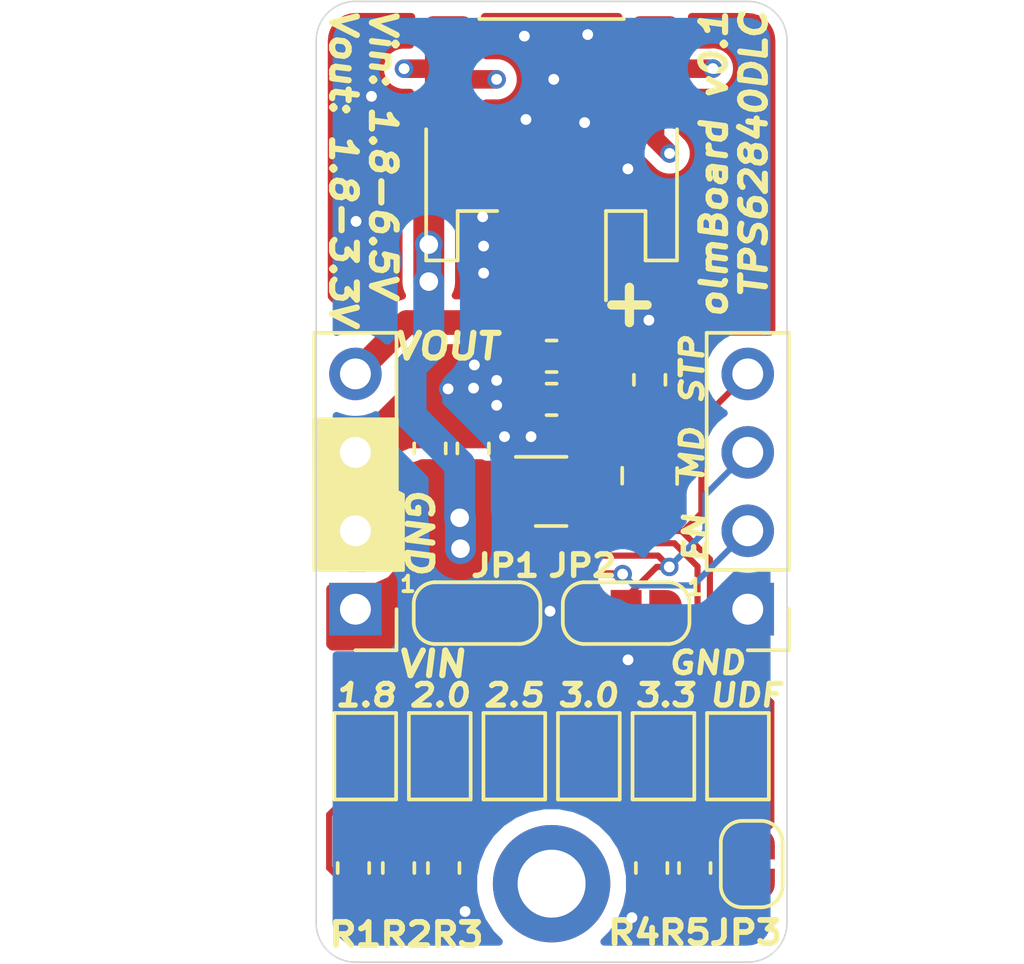
<source format=kicad_pcb>
(kicad_pcb (version 20171130) (host pcbnew "(5.1.5)-2")

  (general
    (thickness 1.6)
    (drawings 30)
    (tracks 200)
    (zones 0)
    (modules 25)
    (nets 14)
  )

  (page A4)
  (title_block
    (title olmBoard)
    (date 2019-11-03)
    (rev 0.1)
    (comment 1 "by azerimaker")
  )

  (layers
    (0 F.Cu mixed)
    (31 B.Cu power)
    (32 B.Adhes user)
    (33 F.Adhes user)
    (34 B.Paste user)
    (35 F.Paste user)
    (36 B.SilkS user)
    (37 F.SilkS user)
    (38 B.Mask user)
    (39 F.Mask user)
    (40 Dwgs.User user)
    (41 Cmts.User user)
    (42 Eco1.User user)
    (43 Eco2.User user)
    (44 Edge.Cuts user)
    (45 Margin user)
    (46 B.CrtYd user)
    (47 F.CrtYd user)
    (48 B.Fab user)
    (49 F.Fab user)
  )

  (setup
    (last_trace_width 0.25)
    (user_trace_width 0.2)
    (user_trace_width 0.25)
    (user_trace_width 0.3)
    (user_trace_width 0.4)
    (user_trace_width 0.5)
    (user_trace_width 0.6)
    (user_trace_width 0.8)
    (user_trace_width 1)
    (user_trace_width 1.1)
    (trace_clearance 0.2)
    (zone_clearance 0.35)
    (zone_45_only no)
    (trace_min 0.2)
    (via_size 0.8)
    (via_drill 0.4)
    (via_min_size 0.4)
    (via_min_drill 0.3)
    (user_via 0.6 0.35)
    (user_via 0.8 0.45)
    (user_via 0.9 0.6)
    (user_via 1.1 0.8)
    (user_via 1.2 1)
    (user_via 1.4 1.1)
    (user_via 1.5 1.2)
    (uvia_size 0.3)
    (uvia_drill 0.1)
    (uvias_allowed no)
    (uvia_min_size 0.2)
    (uvia_min_drill 0.1)
    (edge_width 0.05)
    (segment_width 0.2)
    (pcb_text_width 0.3)
    (pcb_text_size 1.5 1.5)
    (mod_edge_width 0.12)
    (mod_text_size 1 1)
    (mod_text_width 0.15)
    (pad_size 1.524 1.524)
    (pad_drill 0.762)
    (pad_to_mask_clearance 0.051)
    (solder_mask_min_width 0.25)
    (aux_axis_origin 0 0)
    (visible_elements 7FFDFFFF)
    (pcbplotparams
      (layerselection 0x010fc_ffffffff)
      (usegerberextensions true)
      (usegerberattributes false)
      (usegerberadvancedattributes false)
      (creategerberjobfile false)
      (excludeedgelayer true)
      (linewidth 0.100000)
      (plotframeref false)
      (viasonmask false)
      (mode 1)
      (useauxorigin false)
      (hpglpennumber 1)
      (hpglpenspeed 20)
      (hpglpendiameter 15.000000)
      (psnegative false)
      (psa4output false)
      (plotreference true)
      (plotvalue true)
      (plotinvisibletext false)
      (padsonsilk false)
      (subtractmaskfromsilk false)
      (outputformat 1)
      (mirror false)
      (drillshape 0)
      (scaleselection 1)
      (outputdirectory "fabrication/gerbers"))
  )

  (net 0 "")
  (net 1 /Vin)
  (net 2 GND)
  (net 3 /Vout)
  (net 4 /STOP)
  (net 5 /MODE)
  (net 6 /EN)
  (net 7 "Net-(JP4-Pad1)")
  (net 8 "Net-(JP5-Pad2)")
  (net 9 "Net-(JP6-Pad2)")
  (net 10 "Net-(JP7-Pad2)")
  (net 11 "Net-(JP8-Pad2)")
  (net 12 "Net-(JP9-Pad2)")
  (net 13 "Net-(L1-Pad1)")

  (net_class Default "This is the default net class."
    (clearance 0.2)
    (trace_width 0.25)
    (via_dia 0.8)
    (via_drill 0.4)
    (uvia_dia 0.3)
    (uvia_drill 0.1)
    (add_net /EN)
    (add_net /MODE)
    (add_net /STOP)
    (add_net /Vin)
    (add_net /Vout)
    (add_net GND)
    (add_net "Net-(JP4-Pad1)")
    (add_net "Net-(JP5-Pad2)")
    (add_net "Net-(JP6-Pad2)")
    (add_net "Net-(JP7-Pad2)")
    (add_net "Net-(JP8-Pad2)")
    (add_net "Net-(JP9-Pad2)")
    (add_net "Net-(L1-Pad1)")
  )

  (module Capacitor_SMD:C_0603_1608Metric (layer F.Cu) (tedit 5B301BBE) (tstamp 5DC01511)
    (at 153.543 100.203 90)
    (descr "Capacitor SMD 0603 (1608 Metric), square (rectangular) end terminal, IPC_7351 nominal, (Body size source: http://www.tortai-tech.com/upload/download/2011102023233369053.pdf), generated with kicad-footprint-generator")
    (tags capacitor)
    (path /5DCC52C6)
    (attr smd)
    (fp_text reference C1 (at 1.303 -0.193 180) (layer F.SilkS) hide
      (effects (font (size 0.75 0.85) (thickness 0.1875)))
    )
    (fp_text value 10uF (at 0 1.43 90) (layer F.Fab)
      (effects (font (size 0.5 0.6) (thickness 0.15)))
    )
    (fp_line (start -0.8 0.4) (end -0.8 -0.4) (layer F.Fab) (width 0.1))
    (fp_line (start -0.8 -0.4) (end 0.8 -0.4) (layer F.Fab) (width 0.1))
    (fp_line (start 0.8 -0.4) (end 0.8 0.4) (layer F.Fab) (width 0.1))
    (fp_line (start 0.8 0.4) (end -0.8 0.4) (layer F.Fab) (width 0.1))
    (fp_line (start -0.162779 -0.51) (end 0.162779 -0.51) (layer F.SilkS) (width 0.12))
    (fp_line (start -0.162779 0.51) (end 0.162779 0.51) (layer F.SilkS) (width 0.12))
    (fp_line (start -1.48 0.73) (end -1.48 -0.73) (layer F.CrtYd) (width 0.05))
    (fp_line (start -1.48 -0.73) (end 1.48 -0.73) (layer F.CrtYd) (width 0.05))
    (fp_line (start 1.48 -0.73) (end 1.48 0.73) (layer F.CrtYd) (width 0.05))
    (fp_line (start 1.48 0.73) (end -1.48 0.73) (layer F.CrtYd) (width 0.05))
    (fp_text user %R (at 0 0 90) (layer F.Fab)
      (effects (font (size 0.5 0.5) (thickness 0.15)))
    )
    (pad 1 smd roundrect (at -0.7875 0 90) (size 0.875 0.95) (layers F.Cu F.Paste F.Mask) (roundrect_rratio 0.25)
      (net 1 /Vin))
    (pad 2 smd roundrect (at 0.7875 0 90) (size 0.875 0.95) (layers F.Cu F.Paste F.Mask) (roundrect_rratio 0.25)
      (net 2 GND))
    (model ${KISYS3DMOD}/Capacitor_SMD.3dshapes/C_0603_1608Metric.wrl
      (at (xyz 0 0 0))
      (scale (xyz 1 1 1))
      (rotate (xyz 0 0 0))
    )
  )

  (module Capacitor_SMD:C_0603_1608Metric (layer F.Cu) (tedit 5B301BBE) (tstamp 5DC01522)
    (at 154.94 100.203 90)
    (descr "Capacitor SMD 0603 (1608 Metric), square (rectangular) end terminal, IPC_7351 nominal, (Body size source: http://www.tortai-tech.com/upload/download/2011102023233369053.pdf), generated with kicad-footprint-generator")
    (tags capacitor)
    (path /5DBA2DCB)
    (attr smd)
    (fp_text reference C2 (at 1.353 -0.04 180) (layer F.SilkS) hide
      (effects (font (size 0.75 0.85) (thickness 0.1875)))
    )
    (fp_text value 4.7uF (at 0 1.43 90) (layer F.Fab)
      (effects (font (size 0.5 0.6) (thickness 0.15)))
    )
    (fp_line (start -0.8 0.4) (end -0.8 -0.4) (layer F.Fab) (width 0.1))
    (fp_line (start -0.8 -0.4) (end 0.8 -0.4) (layer F.Fab) (width 0.1))
    (fp_line (start 0.8 -0.4) (end 0.8 0.4) (layer F.Fab) (width 0.1))
    (fp_line (start 0.8 0.4) (end -0.8 0.4) (layer F.Fab) (width 0.1))
    (fp_line (start -0.162779 -0.51) (end 0.162779 -0.51) (layer F.SilkS) (width 0.12))
    (fp_line (start -0.162779 0.51) (end 0.162779 0.51) (layer F.SilkS) (width 0.12))
    (fp_line (start -1.48 0.73) (end -1.48 -0.73) (layer F.CrtYd) (width 0.05))
    (fp_line (start -1.48 -0.73) (end 1.48 -0.73) (layer F.CrtYd) (width 0.05))
    (fp_line (start 1.48 -0.73) (end 1.48 0.73) (layer F.CrtYd) (width 0.05))
    (fp_line (start 1.48 0.73) (end -1.48 0.73) (layer F.CrtYd) (width 0.05))
    (fp_text user %R (at 0 0 90) (layer F.Fab)
      (effects (font (size 0.5 0.5) (thickness 0.15)))
    )
    (pad 1 smd roundrect (at -0.7875 0 90) (size 0.875 0.95) (layers F.Cu F.Paste F.Mask) (roundrect_rratio 0.25)
      (net 1 /Vin))
    (pad 2 smd roundrect (at 0.7875 0 90) (size 0.875 0.95) (layers F.Cu F.Paste F.Mask) (roundrect_rratio 0.25)
      (net 2 GND))
    (model ${KISYS3DMOD}/Capacitor_SMD.3dshapes/C_0603_1608Metric.wrl
      (at (xyz 0 0 0))
      (scale (xyz 1 1 1))
      (rotate (xyz 0 0 0))
    )
  )

  (module Capacitor_SMD:C_0603_1608Metric (layer F.Cu) (tedit 5B301BBE) (tstamp 5DC01533)
    (at 157.48 98.6155 180)
    (descr "Capacitor SMD 0603 (1608 Metric), square (rectangular) end terminal, IPC_7351 nominal, (Body size source: http://www.tortai-tech.com/upload/download/2011102023233369053.pdf), generated with kicad-footprint-generator")
    (tags capacitor)
    (path /5DBA3650)
    (attr smd)
    (fp_text reference C3 (at -1.67 -0.0345) (layer F.SilkS) hide
      (effects (font (size 0.75 0.85) (thickness 0.1875)))
    )
    (fp_text value 10uF (at 0 1.43) (layer F.Fab)
      (effects (font (size 0.5 0.6) (thickness 0.15)))
    )
    (fp_text user %R (at 0 0) (layer F.Fab)
      (effects (font (size 0.5 0.5) (thickness 0.15)))
    )
    (fp_line (start 1.48 0.73) (end -1.48 0.73) (layer F.CrtYd) (width 0.05))
    (fp_line (start 1.48 -0.73) (end 1.48 0.73) (layer F.CrtYd) (width 0.05))
    (fp_line (start -1.48 -0.73) (end 1.48 -0.73) (layer F.CrtYd) (width 0.05))
    (fp_line (start -1.48 0.73) (end -1.48 -0.73) (layer F.CrtYd) (width 0.05))
    (fp_line (start -0.162779 0.51) (end 0.162779 0.51) (layer F.SilkS) (width 0.12))
    (fp_line (start -0.162779 -0.51) (end 0.162779 -0.51) (layer F.SilkS) (width 0.12))
    (fp_line (start 0.8 0.4) (end -0.8 0.4) (layer F.Fab) (width 0.1))
    (fp_line (start 0.8 -0.4) (end 0.8 0.4) (layer F.Fab) (width 0.1))
    (fp_line (start -0.8 -0.4) (end 0.8 -0.4) (layer F.Fab) (width 0.1))
    (fp_line (start -0.8 0.4) (end -0.8 -0.4) (layer F.Fab) (width 0.1))
    (pad 2 smd roundrect (at 0.7875 0 180) (size 0.875 0.95) (layers F.Cu F.Paste F.Mask) (roundrect_rratio 0.25)
      (net 2 GND))
    (pad 1 smd roundrect (at -0.7875 0 180) (size 0.875 0.95) (layers F.Cu F.Paste F.Mask) (roundrect_rratio 0.25)
      (net 3 /Vout))
    (model ${KISYS3DMOD}/Capacitor_SMD.3dshapes/C_0603_1608Metric.wrl
      (at (xyz 0 0 0))
      (scale (xyz 1 1 1))
      (rotate (xyz 0 0 0))
    )
  )

  (module Capacitor_SMD:C_0603_1608Metric (layer F.Cu) (tedit 5B301BBE) (tstamp 5DC01544)
    (at 157.48 97.2185 180)
    (descr "Capacitor SMD 0603 (1608 Metric), square (rectangular) end terminal, IPC_7351 nominal, (Body size source: http://www.tortai-tech.com/upload/download/2011102023233369053.pdf), generated with kicad-footprint-generator")
    (tags capacitor)
    (path /5DC1F2E7)
    (attr smd)
    (fp_text reference C4 (at -1.57 -0.1315) (layer F.SilkS) hide
      (effects (font (size 0.75 0.85) (thickness 0.1875)))
    )
    (fp_text value 10uF (at 0 1.43) (layer F.Fab)
      (effects (font (size 0.5 0.6) (thickness 0.15)))
    )
    (fp_line (start -0.8 0.4) (end -0.8 -0.4) (layer F.Fab) (width 0.1))
    (fp_line (start -0.8 -0.4) (end 0.8 -0.4) (layer F.Fab) (width 0.1))
    (fp_line (start 0.8 -0.4) (end 0.8 0.4) (layer F.Fab) (width 0.1))
    (fp_line (start 0.8 0.4) (end -0.8 0.4) (layer F.Fab) (width 0.1))
    (fp_line (start -0.162779 -0.51) (end 0.162779 -0.51) (layer F.SilkS) (width 0.12))
    (fp_line (start -0.162779 0.51) (end 0.162779 0.51) (layer F.SilkS) (width 0.12))
    (fp_line (start -1.48 0.73) (end -1.48 -0.73) (layer F.CrtYd) (width 0.05))
    (fp_line (start -1.48 -0.73) (end 1.48 -0.73) (layer F.CrtYd) (width 0.05))
    (fp_line (start 1.48 -0.73) (end 1.48 0.73) (layer F.CrtYd) (width 0.05))
    (fp_line (start 1.48 0.73) (end -1.48 0.73) (layer F.CrtYd) (width 0.05))
    (fp_text user %R (at 0 0) (layer F.Fab)
      (effects (font (size 0.5 0.5) (thickness 0.15)))
    )
    (pad 1 smd roundrect (at -0.7875 0 180) (size 0.875 0.95) (layers F.Cu F.Paste F.Mask) (roundrect_rratio 0.25)
      (net 3 /Vout))
    (pad 2 smd roundrect (at 0.7875 0 180) (size 0.875 0.95) (layers F.Cu F.Paste F.Mask) (roundrect_rratio 0.25)
      (net 2 GND))
    (model ${KISYS3DMOD}/Capacitor_SMD.3dshapes/C_0603_1608Metric.wrl
      (at (xyz 0 0 0))
      (scale (xyz 1 1 1))
      (rotate (xyz 0 0 0))
    )
  )

  (module Capacitor_SMD:C_0603_1608Metric (layer F.Cu) (tedit 5B301BBE) (tstamp 5DC01555)
    (at 160.655 97.9805 90)
    (descr "Capacitor SMD 0603 (1608 Metric), square (rectangular) end terminal, IPC_7351 nominal, (Body size source: http://www.tortai-tech.com/upload/download/2011102023233369053.pdf), generated with kicad-footprint-generator")
    (tags capacitor)
    (path /5DC205BC)
    (attr smd)
    (fp_text reference C5 (at -0.127 1.524 180) (layer F.SilkS) hide
      (effects (font (size 0.75 0.85) (thickness 0.1875)))
    )
    (fp_text value 4.7uF (at 0 1.43 90) (layer F.Fab)
      (effects (font (size 0.5 0.6) (thickness 0.15)))
    )
    (fp_text user %R (at 0 0 90) (layer F.Fab)
      (effects (font (size 0.5 0.5) (thickness 0.15)))
    )
    (fp_line (start 1.48 0.73) (end -1.48 0.73) (layer F.CrtYd) (width 0.05))
    (fp_line (start 1.48 -0.73) (end 1.48 0.73) (layer F.CrtYd) (width 0.05))
    (fp_line (start -1.48 -0.73) (end 1.48 -0.73) (layer F.CrtYd) (width 0.05))
    (fp_line (start -1.48 0.73) (end -1.48 -0.73) (layer F.CrtYd) (width 0.05))
    (fp_line (start -0.162779 0.51) (end 0.162779 0.51) (layer F.SilkS) (width 0.12))
    (fp_line (start -0.162779 -0.51) (end 0.162779 -0.51) (layer F.SilkS) (width 0.12))
    (fp_line (start 0.8 0.4) (end -0.8 0.4) (layer F.Fab) (width 0.1))
    (fp_line (start 0.8 -0.4) (end 0.8 0.4) (layer F.Fab) (width 0.1))
    (fp_line (start -0.8 -0.4) (end 0.8 -0.4) (layer F.Fab) (width 0.1))
    (fp_line (start -0.8 0.4) (end -0.8 -0.4) (layer F.Fab) (width 0.1))
    (pad 2 smd roundrect (at 0.7875 0 90) (size 0.875 0.95) (layers F.Cu F.Paste F.Mask) (roundrect_rratio 0.25)
      (net 2 GND))
    (pad 1 smd roundrect (at -0.7875 0 90) (size 0.875 0.95) (layers F.Cu F.Paste F.Mask) (roundrect_rratio 0.25)
      (net 3 /Vout))
    (model ${KISYS3DMOD}/Capacitor_SMD.3dshapes/C_0603_1608Metric.wrl
      (at (xyz 0 0 0))
      (scale (xyz 1 1 1))
      (rotate (xyz 0 0 0))
    )
  )

  (module MountingHole:MountingHole_2.2mm_M2_DIN965_Pad (layer F.Cu) (tedit 56D1B4CB) (tstamp 5DC0155D)
    (at 157.48 114.3)
    (descr "Mounting Hole 2.2mm, M2, DIN965")
    (tags "mounting hole 2.2mm m2 din965")
    (path /5DCB6FB5)
    (attr virtual)
    (fp_text reference H1 (at 0 0) (layer F.SilkS) hide
      (effects (font (size 0.75 0.85) (thickness 0.1875)))
    )
    (fp_text value M2-MountingHole (at 0 2.9) (layer F.Fab)
      (effects (font (size 0.5 0.6) (thickness 0.15)))
    )
    (fp_text user %R (at 0.3 0) (layer F.Fab)
      (effects (font (size 0.5 0.5) (thickness 0.15)))
    )
    (fp_circle (center 0 0) (end 1.9 0) (layer Cmts.User) (width 0.15))
    (fp_circle (center 0 0) (end 2.15 0) (layer F.CrtYd) (width 0.05))
    (pad 1 thru_hole circle (at 0 0) (size 3.8 3.8) (drill 2.2) (layers *.Cu *.Mask))
  )

  (module Connector_JST:JST_PH_S2B-PH-SM4-TB_1x02-1MP_P2.00mm_Horizontal (layer F.Cu) (tedit 5B78AD87) (tstamp 5DC0157E)
    (at 157.48 90.805 180)
    (descr "JST PH series connector, S2B-PH-SM4-TB (http://www.jst-mfg.com/product/pdf/eng/ePH.pdf), generated with kicad-footprint-generator")
    (tags "connector JST PH top entry")
    (path /5DCBA10B)
    (attr smd)
    (fp_text reference J1 (at -2.794 -4.572) (layer F.SilkS) hide
      (effects (font (size 0.75 0.85) (thickness 0.1875)))
    )
    (fp_text value JST_PH (at 0 5.8) (layer F.Fab)
      (effects (font (size 0.5 0.6) (thickness 0.15)))
    )
    (fp_line (start -3.95 -3.2) (end -3.15 -3.2) (layer F.Fab) (width 0.1))
    (fp_line (start -3.15 -3.2) (end -3.15 -1.6) (layer F.Fab) (width 0.1))
    (fp_line (start -3.15 -1.6) (end 3.15 -1.6) (layer F.Fab) (width 0.1))
    (fp_line (start 3.15 -1.6) (end 3.15 -3.2) (layer F.Fab) (width 0.1))
    (fp_line (start 3.15 -3.2) (end 3.95 -3.2) (layer F.Fab) (width 0.1))
    (fp_line (start -4.06 0.94) (end -4.06 -3.31) (layer F.SilkS) (width 0.12))
    (fp_line (start -4.06 -3.31) (end -3.04 -3.31) (layer F.SilkS) (width 0.12))
    (fp_line (start -3.04 -3.31) (end -3.04 -1.71) (layer F.SilkS) (width 0.12))
    (fp_line (start -3.04 -1.71) (end -1.76 -1.71) (layer F.SilkS) (width 0.12))
    (fp_line (start -1.76 -1.71) (end -1.76 -4.6) (layer F.SilkS) (width 0.12))
    (fp_line (start 4.06 0.94) (end 4.06 -3.31) (layer F.SilkS) (width 0.12))
    (fp_line (start 4.06 -3.31) (end 3.04 -3.31) (layer F.SilkS) (width 0.12))
    (fp_line (start 3.04 -3.31) (end 3.04 -1.71) (layer F.SilkS) (width 0.12))
    (fp_line (start 3.04 -1.71) (end 1.76 -1.71) (layer F.SilkS) (width 0.12))
    (fp_line (start -2.34 4.51) (end 2.34 4.51) (layer F.SilkS) (width 0.12))
    (fp_line (start -3.95 4.4) (end 3.95 4.4) (layer F.Fab) (width 0.1))
    (fp_line (start -3.95 -3.2) (end -3.95 4.4) (layer F.Fab) (width 0.1))
    (fp_line (start 3.95 -3.2) (end 3.95 4.4) (layer F.Fab) (width 0.1))
    (fp_line (start -4.6 -5.1) (end -4.6 5.1) (layer F.CrtYd) (width 0.05))
    (fp_line (start -4.6 5.1) (end 4.6 5.1) (layer F.CrtYd) (width 0.05))
    (fp_line (start 4.6 5.1) (end 4.6 -5.1) (layer F.CrtYd) (width 0.05))
    (fp_line (start 4.6 -5.1) (end -4.6 -5.1) (layer F.CrtYd) (width 0.05))
    (fp_line (start -1.5 -1.6) (end -1 -0.892893) (layer F.Fab) (width 0.1))
    (fp_line (start -1 -0.892893) (end -0.5 -1.6) (layer F.Fab) (width 0.1))
    (fp_text user %R (at 0 1.5) (layer F.Fab) hide
      (effects (font (size 0.5 0.5) (thickness 0.15)))
    )
    (pad 1 smd roundrect (at -1 -2.85 180) (size 1 3.5) (layers F.Cu F.Paste F.Mask) (roundrect_rratio 0.25)
      (net 1 /Vin))
    (pad 2 smd roundrect (at 1 -2.85 180) (size 1 3.5) (layers F.Cu F.Paste F.Mask) (roundrect_rratio 0.25)
      (net 2 GND))
    (pad MP smd roundrect (at -3.35 2.9 180) (size 1.5 3.4) (layers F.Cu F.Paste F.Mask) (roundrect_rratio 0.166667))
    (pad MP smd roundrect (at 3.35 2.9 180) (size 1.5 3.4) (layers F.Cu F.Paste F.Mask) (roundrect_rratio 0.166667))
    (model ${KISYS3DMOD}/Connector_JST.3dshapes/JST_PH_S2B-PH-SM4-TB_1x02-1MP_P2.00mm_Horizontal.wrl
      (at (xyz 0 0 0))
      (scale (xyz 1 1 1))
      (rotate (xyz 0 0 0))
    )
    (model C:/Users/orkha/Google-Drive-1/FILE_EXCHANGE/PCB_Projects/KiCAD/mylib/3d/walter/conn_jst-ph/s2b-ph-sm4-tb.wrl
      (offset (xyz 0.5 3 0))
      (scale (xyz 1 1 1))
      (rotate (xyz 0 0 0))
    )
    (model D:/Cloud-Drives/Google-Drive-1/FILE_EXCHANGE/PCB_Projects/KiCAD/TinyLoraModule/TLM-v1-lib/packages3d/tinylora_v1.3dshapes/s2b-ph-sm4-tb.wrl
      (offset (xyz 0 2.7 0))
      (scale (xyz 1 1 1))
      (rotate (xyz 0 0 0))
    )
  )

  (module Connector_PinHeader_2.54mm:PinHeader_1x04_P2.54mm_Vertical (layer F.Cu) (tedit 59FED5CC) (tstamp 5DC05789)
    (at 151.13 105.41 180)
    (descr "Through hole straight pin header, 1x04, 2.54mm pitch, single row")
    (tags "Through hole pin header THT 1x04 2.54mm single row")
    (path /5DC43CB4)
    (fp_text reference J2 (at 0 -2.33) (layer F.SilkS) hide
      (effects (font (size 0.75 0.85) (thickness 0.1875)))
    )
    (fp_text value Conn_A (at 0 9.95) (layer F.Fab)
      (effects (font (size 0.5 0.6) (thickness 0.15)))
    )
    (fp_line (start -0.635 -1.27) (end 1.27 -1.27) (layer F.Fab) (width 0.1))
    (fp_line (start 1.27 -1.27) (end 1.27 8.89) (layer F.Fab) (width 0.1))
    (fp_line (start 1.27 8.89) (end -1.27 8.89) (layer F.Fab) (width 0.1))
    (fp_line (start -1.27 8.89) (end -1.27 -0.635) (layer F.Fab) (width 0.1))
    (fp_line (start -1.27 -0.635) (end -0.635 -1.27) (layer F.Fab) (width 0.1))
    (fp_line (start -1.33 8.95) (end 1.33 8.95) (layer F.SilkS) (width 0.12))
    (fp_line (start -1.33 1.27) (end -1.33 8.95) (layer F.SilkS) (width 0.12))
    (fp_line (start 1.33 1.27) (end 1.33 8.95) (layer F.SilkS) (width 0.12))
    (fp_line (start -1.33 1.27) (end 1.33 1.27) (layer F.SilkS) (width 0.12))
    (fp_line (start -1.33 0) (end -1.33 -1.33) (layer F.SilkS) (width 0.12))
    (fp_line (start -1.33 -1.33) (end 0 -1.33) (layer F.SilkS) (width 0.12))
    (fp_line (start -1.8 -1.8) (end -1.8 9.4) (layer F.CrtYd) (width 0.05))
    (fp_line (start -1.8 9.4) (end 1.8 9.4) (layer F.CrtYd) (width 0.05))
    (fp_line (start 1.8 9.4) (end 1.8 -1.8) (layer F.CrtYd) (width 0.05))
    (fp_line (start 1.8 -1.8) (end -1.8 -1.8) (layer F.CrtYd) (width 0.05))
    (fp_text user %R (at 0 3.81 90) (layer F.Fab) hide
      (effects (font (size 0.5 0.5) (thickness 0.15)))
    )
    (pad 1 thru_hole rect (at 0 0 180) (size 1.7 1.7) (drill 1) (layers *.Cu *.Mask)
      (net 1 /Vin))
    (pad 2 thru_hole oval (at 0 2.54 180) (size 1.7 1.7) (drill 1) (layers *.Cu *.Mask)
      (net 2 GND))
    (pad 3 thru_hole oval (at 0 5.08 180) (size 1.7 1.7) (drill 1) (layers *.Cu *.Mask)
      (net 2 GND))
    (pad 4 thru_hole oval (at 0 7.62 180) (size 1.7 1.7) (drill 1) (layers *.Cu *.Mask)
      (net 3 /Vout))
    (model ${KISYS3DMOD}/Connector_PinHeader_2.54mm.3dshapes/PinHeader_1x04_P2.54mm_Vertical.wrl
      (offset (xyz 0 -7.5 -1.5))
      (scale (xyz 1 1 1))
      (rotate (xyz -180 0 0))
    )
  )

  (module Connector_PinHeader_2.54mm:PinHeader_1x04_P2.54mm_Vertical (layer F.Cu) (tedit 59FED5CC) (tstamp 5DC05312)
    (at 163.83 105.41 180)
    (descr "Through hole straight pin header, 1x04, 2.54mm pitch, single row")
    (tags "Through hole pin header THT 1x04 2.54mm single row")
    (path /5DC446A8)
    (fp_text reference J3 (at 0 -2.33) (layer F.SilkS) hide
      (effects (font (size 0.75 0.85) (thickness 0.1875)))
    )
    (fp_text value Conn_B (at 0 9.95) (layer F.Fab)
      (effects (font (size 0.5 0.6) (thickness 0.15)))
    )
    (fp_text user %R (at 0 3.81 90) (layer F.Fab) hide
      (effects (font (size 0.5 0.5) (thickness 0.15)))
    )
    (fp_line (start 1.8 -1.8) (end -1.8 -1.8) (layer F.CrtYd) (width 0.05))
    (fp_line (start 1.8 9.4) (end 1.8 -1.8) (layer F.CrtYd) (width 0.05))
    (fp_line (start -1.8 9.4) (end 1.8 9.4) (layer F.CrtYd) (width 0.05))
    (fp_line (start -1.8 -1.8) (end -1.8 9.4) (layer F.CrtYd) (width 0.05))
    (fp_line (start -1.33 -1.33) (end 0 -1.33) (layer F.SilkS) (width 0.12))
    (fp_line (start -1.33 0) (end -1.33 -1.33) (layer F.SilkS) (width 0.12))
    (fp_line (start -1.33 1.27) (end 1.33 1.27) (layer F.SilkS) (width 0.12))
    (fp_line (start 1.33 1.27) (end 1.33 8.95) (layer F.SilkS) (width 0.12))
    (fp_line (start -1.33 1.27) (end -1.33 8.95) (layer F.SilkS) (width 0.12))
    (fp_line (start -1.33 8.95) (end 1.33 8.95) (layer F.SilkS) (width 0.12))
    (fp_line (start -1.27 -0.635) (end -0.635 -1.27) (layer F.Fab) (width 0.1))
    (fp_line (start -1.27 8.89) (end -1.27 -0.635) (layer F.Fab) (width 0.1))
    (fp_line (start 1.27 8.89) (end -1.27 8.89) (layer F.Fab) (width 0.1))
    (fp_line (start 1.27 -1.27) (end 1.27 8.89) (layer F.Fab) (width 0.1))
    (fp_line (start -0.635 -1.27) (end 1.27 -1.27) (layer F.Fab) (width 0.1))
    (pad 4 thru_hole oval (at 0 7.62 180) (size 1.7 1.7) (drill 1) (layers *.Cu *.Mask)
      (net 4 /STOP))
    (pad 3 thru_hole oval (at 0 5.08 180) (size 1.7 1.7) (drill 1) (layers *.Cu *.Mask)
      (net 5 /MODE))
    (pad 2 thru_hole oval (at 0 2.54 180) (size 1.7 1.7) (drill 1) (layers *.Cu *.Mask)
      (net 6 /EN))
    (pad 1 thru_hole rect (at 0 0 180) (size 1.7 1.7) (drill 1) (layers *.Cu *.Mask)
      (net 2 GND))
    (model ${KISYS3DMOD}/Connector_PinHeader_2.54mm.3dshapes/PinHeader_1x04_P2.54mm_Vertical.wrl
      (offset (xyz 0 -7.5 -1.5))
      (scale (xyz 1 1 1))
      (rotate (xyz -180 0 0))
    )
  )

  (module Jumper:SolderJumper-3_P1.3mm_Bridged12_RoundedPad1.0x1.5mm_NumberLabels (layer F.Cu) (tedit 5C745336) (tstamp 5DC015C4)
    (at 155.067 105.537)
    (descr "SMD Solder 3-pad Jumper, 1x1.5mm rounded Pads, 0.3mm gap, pads 1-2 bridged with 1 copper strip, labeled with numbers")
    (tags "solder jumper open")
    (path /5DBC641F)
    (attr virtual)
    (fp_text reference JP1 (at 0.913 -1.537) (layer F.SilkS)
      (effects (font (size 0.7 0.8) (thickness 0.175)))
    )
    (fp_text value EN (at 0 1.9) (layer F.Fab)
      (effects (font (size 0.5 0.6) (thickness 0.15)))
    )
    (fp_text user 3 (at 2.6 0) (layer F.Fab)
      (effects (font (size 0.5 0.5) (thickness 0.15)))
    )
    (fp_text user 1 (at -2.237 -0.937) (layer F.SilkS)
      (effects (font (size 0.5 0.5) (thickness 0.125)))
    )
    (fp_line (start -2.05 0.3) (end -2.05 -0.3) (layer F.SilkS) (width 0.12))
    (fp_line (start 1.4 1) (end -1.4 1) (layer F.SilkS) (width 0.12))
    (fp_line (start 2.05 -0.3) (end 2.05 0.3) (layer F.SilkS) (width 0.12))
    (fp_line (start -1.4 -1) (end 1.4 -1) (layer F.SilkS) (width 0.12))
    (fp_line (start -2.3 -1.25) (end 2.3 -1.25) (layer F.CrtYd) (width 0.05))
    (fp_line (start -2.3 -1.25) (end -2.3 1.25) (layer F.CrtYd) (width 0.05))
    (fp_line (start 2.3 1.25) (end 2.3 -1.25) (layer F.CrtYd) (width 0.05))
    (fp_line (start 2.3 1.25) (end -2.3 1.25) (layer F.CrtYd) (width 0.05))
    (fp_arc (start 1.35 -0.3) (end 2.05 -0.3) (angle -90) (layer F.SilkS) (width 0.12))
    (fp_arc (start 1.35 0.3) (end 1.35 1) (angle -90) (layer F.SilkS) (width 0.12))
    (fp_arc (start -1.35 0.3) (end -2.05 0.3) (angle -90) (layer F.SilkS) (width 0.12))
    (fp_arc (start -1.35 -0.3) (end -1.35 -1) (angle -90) (layer F.SilkS) (width 0.12))
    (fp_poly (pts (xy -0.9 -0.3) (xy -0.4 -0.3) (xy -0.4 0.3) (xy -0.9 0.3)) (layer F.Cu) (width 0))
    (pad 3 smd custom (at 1.3 0) (size 1 0.5) (layers F.Cu F.Mask)
      (net 2 GND) (zone_connect 2)
      (options (clearance outline) (anchor rect))
      (primitives
        (gr_circle (center 0 0.25) (end 0.5 0.25) (width 0))
        (gr_circle (center 0 -0.25) (end 0.5 -0.25) (width 0))
        (gr_poly (pts
           (xy -0.55 -0.75) (xy 0 -0.75) (xy 0 0.75) (xy -0.55 0.75)) (width 0))
      ))
    (pad 2 smd rect (at 0 0) (size 1 1.5) (layers F.Cu F.Mask)
      (net 6 /EN))
    (pad 1 smd custom (at -1.3 0) (size 1 0.5) (layers F.Cu F.Mask)
      (net 1 /Vin) (zone_connect 2)
      (options (clearance outline) (anchor rect))
      (primitives
        (gr_poly (pts
           (xy 0.55 -0.75) (xy 0 -0.75) (xy 0 0.75) (xy 0.55 0.75)) (width 0))
        (gr_circle (center 0 0.25) (end 0.5 0.25) (width 0))
        (gr_circle (center 0 -0.25) (end 0.5 -0.25) (width 0))
      ))
  )

  (module Jumper:SolderJumper-3_P1.3mm_Bridged12_RoundedPad1.0x1.5mm_NumberLabels (layer F.Cu) (tedit 5C745336) (tstamp 5DC015DA)
    (at 159.893 105.537 180)
    (descr "SMD Solder 3-pad Jumper, 1x1.5mm rounded Pads, 0.3mm gap, pads 1-2 bridged with 1 copper strip, labeled with numbers")
    (tags "solder jumper open")
    (path /5DBC5A77)
    (attr virtual)
    (fp_text reference JP2 (at 1.413 1.537 180) (layer F.SilkS)
      (effects (font (size 0.7 0.8) (thickness 0.175)))
    )
    (fp_text value Mode (at 0 1.9) (layer F.Fab)
      (effects (font (size 0.5 0.6) (thickness 0.15)))
    )
    (fp_poly (pts (xy -0.9 -0.3) (xy -0.4 -0.3) (xy -0.4 0.3) (xy -0.9 0.3)) (layer F.Cu) (width 0))
    (fp_arc (start -1.35 -0.3) (end -1.35 -1) (angle -90) (layer F.SilkS) (width 0.12))
    (fp_arc (start -1.35 0.3) (end -2.05 0.3) (angle -90) (layer F.SilkS) (width 0.12))
    (fp_arc (start 1.35 0.3) (end 1.35 1) (angle -90) (layer F.SilkS) (width 0.12))
    (fp_arc (start 1.35 -0.3) (end 2.05 -0.3) (angle -90) (layer F.SilkS) (width 0.12))
    (fp_line (start 2.3 1.25) (end -2.3 1.25) (layer F.CrtYd) (width 0.05))
    (fp_line (start 2.3 1.25) (end 2.3 -1.25) (layer F.CrtYd) (width 0.05))
    (fp_line (start -2.3 -1.25) (end -2.3 1.25) (layer F.CrtYd) (width 0.05))
    (fp_line (start -2.3 -1.25) (end 2.3 -1.25) (layer F.CrtYd) (width 0.05))
    (fp_line (start -1.4 -1) (end 1.4 -1) (layer F.SilkS) (width 0.12))
    (fp_line (start 2.05 -0.3) (end 2.05 0.3) (layer F.SilkS) (width 0.12))
    (fp_line (start 1.4 1) (end -1.4 1) (layer F.SilkS) (width 0.12))
    (fp_line (start -2.05 0.3) (end -2.05 -0.3) (layer F.SilkS) (width 0.12))
    (fp_text user 1 (at -2.237 0.837) (layer F.SilkS)
      (effects (font (size 0.5 0.5) (thickness 0.125)))
    )
    (fp_text user 3 (at 2.6 0) (layer F.Fab)
      (effects (font (size 0.5 0.5) (thickness 0.15)))
    )
    (pad 1 smd custom (at -1.3 0 180) (size 1 0.5) (layers F.Cu F.Mask)
      (net 2 GND) (zone_connect 2)
      (options (clearance outline) (anchor rect))
      (primitives
        (gr_poly (pts
           (xy 0.55 -0.75) (xy 0 -0.75) (xy 0 0.75) (xy 0.55 0.75)) (width 0))
        (gr_circle (center 0 0.25) (end 0.5 0.25) (width 0))
        (gr_circle (center 0 -0.25) (end 0.5 -0.25) (width 0))
      ))
    (pad 2 smd rect (at 0 0 180) (size 1 1.5) (layers F.Cu F.Mask)
      (net 5 /MODE))
    (pad 3 smd custom (at 1.3 0 180) (size 1 0.5) (layers F.Cu F.Mask)
      (net 1 /Vin) (zone_connect 2)
      (options (clearance outline) (anchor rect))
      (primitives
        (gr_circle (center 0 0.25) (end 0.5 0.25) (width 0))
        (gr_circle (center 0 -0.25) (end 0.5 -0.25) (width 0))
        (gr_poly (pts
           (xy -0.55 -0.75) (xy 0 -0.75) (xy 0 0.75) (xy -0.55 0.75)) (width 0))
      ))
  )

  (module Jumper:SolderJumper-2_P1.3mm_Bridged_RoundedPad1.0x1.5mm (layer F.Cu) (tedit 5C745284) (tstamp 5DC015ED)
    (at 163.957 113.665 270)
    (descr "SMD Solder Jumper, 1x1.5mm, rounded Pads, 0.3mm gap, bridged with 1 copper strip")
    (tags "solder jumper open")
    (path /5DBA6608)
    (attr virtual)
    (fp_text reference JP3 (at 2.2225 0.1905 180) (layer F.SilkS)
      (effects (font (size 0.75 0.85) (thickness 0.2)))
    )
    (fp_text value STOP (at 0 1.9 90) (layer F.Fab)
      (effects (font (size 0.5 0.6) (thickness 0.15)))
    )
    (fp_arc (start 0.7 -0.3) (end 1.4 -0.3) (angle -90) (layer F.SilkS) (width 0.12))
    (fp_arc (start 0.7 0.3) (end 0.7 1) (angle -90) (layer F.SilkS) (width 0.12))
    (fp_arc (start -0.7 0.3) (end -1.4 0.3) (angle -90) (layer F.SilkS) (width 0.12))
    (fp_arc (start -0.7 -0.3) (end -0.7 -1) (angle -90) (layer F.SilkS) (width 0.12))
    (fp_line (start -1.4 0.3) (end -1.4 -0.3) (layer F.SilkS) (width 0.12))
    (fp_line (start 0.7 1) (end -0.7 1) (layer F.SilkS) (width 0.12))
    (fp_line (start 1.4 -0.3) (end 1.4 0.3) (layer F.SilkS) (width 0.12))
    (fp_line (start -0.7 -1) (end 0.7 -1) (layer F.SilkS) (width 0.12))
    (fp_line (start -1.65 -1.25) (end 1.65 -1.25) (layer F.CrtYd) (width 0.05))
    (fp_line (start -1.65 -1.25) (end -1.65 1.25) (layer F.CrtYd) (width 0.05))
    (fp_line (start 1.65 1.25) (end 1.65 -1.25) (layer F.CrtYd) (width 0.05))
    (fp_line (start 1.65 1.25) (end -1.65 1.25) (layer F.CrtYd) (width 0.05))
    (fp_poly (pts (xy 0.25 -0.3) (xy -0.25 -0.3) (xy -0.25 0.3) (xy 0.25 0.3)) (layer F.Cu) (width 0))
    (pad 2 smd custom (at 0.65 0 270) (size 1 0.5) (layers F.Cu F.Mask)
      (net 2 GND) (zone_connect 2)
      (options (clearance outline) (anchor rect))
      (primitives
        (gr_circle (center 0 0.25) (end 0.5 0.25) (width 0))
        (gr_circle (center 0 -0.25) (end 0.5 -0.25) (width 0))
        (gr_poly (pts
           (xy 0 -0.75) (xy -0.5 -0.75) (xy -0.5 0.75) (xy 0 0.75)) (width 0))
      ))
    (pad 1 smd custom (at -0.65 0 270) (size 1 0.5) (layers F.Cu F.Mask)
      (net 4 /STOP) (zone_connect 2)
      (options (clearance outline) (anchor rect))
      (primitives
        (gr_circle (center 0 0.25) (end 0.5 0.25) (width 0))
        (gr_circle (center 0 -0.25) (end 0.5 -0.25) (width 0))
        (gr_poly (pts
           (xy 0 -0.75) (xy 0.5 -0.75) (xy 0.5 0.75) (xy 0 0.75)) (width 0))
      ))
  )

  (module Jumper:SolderJumper-2_P1.3mm_Open_TrianglePad1.0x1.5mm (layer F.Cu) (tedit 5A64794F) (tstamp 5DC015FB)
    (at 151.4475 110.1725 270)
    (descr "SMD Solder Jumper, 1x1.5mm Triangular Pads, 0.3mm gap, open")
    (tags "solder jumper open")
    (path /5DBA8EF5)
    (attr virtual)
    (fp_text reference JP4 (at -1.9825 0.2921 180) (layer F.SilkS) hide
      (effects (font (size 0.75 0.85) (thickness 0.1875)))
    )
    (fp_text value Rset (at 0 1.9 90) (layer F.Fab)
      (effects (font (size 0.5 0.6) (thickness 0.15)))
    )
    (fp_line (start 1.65 1.25) (end -1.65 1.25) (layer F.CrtYd) (width 0.05))
    (fp_line (start 1.65 1.25) (end 1.65 -1.25) (layer F.CrtYd) (width 0.05))
    (fp_line (start -1.65 -1.25) (end -1.65 1.25) (layer F.CrtYd) (width 0.05))
    (fp_line (start -1.65 -1.25) (end 1.65 -1.25) (layer F.CrtYd) (width 0.05))
    (fp_line (start -1.4 -1) (end 1.4 -1) (layer F.SilkS) (width 0.12))
    (fp_line (start 1.4 -1) (end 1.4 1) (layer F.SilkS) (width 0.12))
    (fp_line (start 1.4 1) (end -1.4 1) (layer F.SilkS) (width 0.12))
    (fp_line (start -1.4 1) (end -1.4 -1) (layer F.SilkS) (width 0.12))
    (pad 1 smd custom (at -0.725 0 270) (size 0.3 0.3) (layers F.Cu F.Mask)
      (net 7 "Net-(JP4-Pad1)") (zone_connect 2)
      (options (clearance outline) (anchor rect))
      (primitives
        (gr_poly (pts
           (xy -0.5 -0.75) (xy 0.5 -0.75) (xy 1 0) (xy 0.5 0.75) (xy -0.5 0.75)
) (width 0))
      ))
    (pad 2 smd custom (at 0.725 0 270) (size 0.3 0.3) (layers F.Cu F.Mask)
      (net 2 GND) (zone_connect 2)
      (options (clearance outline) (anchor rect))
      (primitives
        (gr_poly (pts
           (xy -0.65 -0.75) (xy 0.5 -0.75) (xy 0.5 0.75) (xy -0.65 0.75) (xy -0.15 0)
) (width 0))
      ))
  )

  (module Jumper:SolderJumper-2_P1.3mm_Open_TrianglePad1.0x1.5mm (layer F.Cu) (tedit 5A64794F) (tstamp 5DC01609)
    (at 153.8605 110.1725 270)
    (descr "SMD Solder Jumper, 1x1.5mm Triangular Pads, 0.3mm gap, open")
    (tags "solder jumper open")
    (path /5DBB1ED5)
    (attr virtual)
    (fp_text reference JP5 (at -1.9825 0.25618 180) (layer F.SilkS) hide
      (effects (font (size 0.75 0.85) (thickness 0.1875)))
    )
    (fp_text value Rset (at 0 1.9 90) (layer F.Fab)
      (effects (font (size 0.5 0.6) (thickness 0.15)))
    )
    (fp_line (start -1.4 1) (end -1.4 -1) (layer F.SilkS) (width 0.12))
    (fp_line (start 1.4 1) (end -1.4 1) (layer F.SilkS) (width 0.12))
    (fp_line (start 1.4 -1) (end 1.4 1) (layer F.SilkS) (width 0.12))
    (fp_line (start -1.4 -1) (end 1.4 -1) (layer F.SilkS) (width 0.12))
    (fp_line (start -1.65 -1.25) (end 1.65 -1.25) (layer F.CrtYd) (width 0.05))
    (fp_line (start -1.65 -1.25) (end -1.65 1.25) (layer F.CrtYd) (width 0.05))
    (fp_line (start 1.65 1.25) (end 1.65 -1.25) (layer F.CrtYd) (width 0.05))
    (fp_line (start 1.65 1.25) (end -1.65 1.25) (layer F.CrtYd) (width 0.05))
    (pad 2 smd custom (at 0.725 0 270) (size 0.3 0.3) (layers F.Cu F.Mask)
      (net 8 "Net-(JP5-Pad2)") (zone_connect 2)
      (options (clearance outline) (anchor rect))
      (primitives
        (gr_poly (pts
           (xy -0.65 -0.75) (xy 0.5 -0.75) (xy 0.5 0.75) (xy -0.65 0.75) (xy -0.15 0)
) (width 0))
      ))
    (pad 1 smd custom (at -0.725 0 270) (size 0.3 0.3) (layers F.Cu F.Mask)
      (net 7 "Net-(JP4-Pad1)") (zone_connect 2)
      (options (clearance outline) (anchor rect))
      (primitives
        (gr_poly (pts
           (xy -0.5 -0.75) (xy 0.5 -0.75) (xy 1 0) (xy 0.5 0.75) (xy -0.5 0.75)
) (width 0))
      ))
  )

  (module Jumper:SolderJumper-2_P1.3mm_Open_TrianglePad1.0x1.5mm (layer F.Cu) (tedit 5A64794F) (tstamp 5DC01617)
    (at 156.2735 110.1725 270)
    (descr "SMD Solder Jumper, 1x1.5mm Triangular Pads, 0.3mm gap, open")
    (tags "solder jumper open")
    (path /5DBB228F)
    (attr virtual)
    (fp_text reference JP6 (at -1.9825 0.22026 180) (layer F.SilkS) hide
      (effects (font (size 0.75 0.85) (thickness 0.1875)))
    )
    (fp_text value Rset (at 0 1.9 90) (layer F.Fab)
      (effects (font (size 0.5 0.6) (thickness 0.15)))
    )
    (fp_line (start -1.4 1) (end -1.4 -1) (layer F.SilkS) (width 0.12))
    (fp_line (start 1.4 1) (end -1.4 1) (layer F.SilkS) (width 0.12))
    (fp_line (start 1.4 -1) (end 1.4 1) (layer F.SilkS) (width 0.12))
    (fp_line (start -1.4 -1) (end 1.4 -1) (layer F.SilkS) (width 0.12))
    (fp_line (start -1.65 -1.25) (end 1.65 -1.25) (layer F.CrtYd) (width 0.05))
    (fp_line (start -1.65 -1.25) (end -1.65 1.25) (layer F.CrtYd) (width 0.05))
    (fp_line (start 1.65 1.25) (end 1.65 -1.25) (layer F.CrtYd) (width 0.05))
    (fp_line (start 1.65 1.25) (end -1.65 1.25) (layer F.CrtYd) (width 0.05))
    (pad 2 smd custom (at 0.725 0 270) (size 0.3 0.3) (layers F.Cu F.Mask)
      (net 9 "Net-(JP6-Pad2)") (zone_connect 2)
      (options (clearance outline) (anchor rect))
      (primitives
        (gr_poly (pts
           (xy -0.65 -0.75) (xy 0.5 -0.75) (xy 0.5 0.75) (xy -0.65 0.75) (xy -0.15 0)
) (width 0))
      ))
    (pad 1 smd custom (at -0.725 0 270) (size 0.3 0.3) (layers F.Cu F.Mask)
      (net 7 "Net-(JP4-Pad1)") (zone_connect 2)
      (options (clearance outline) (anchor rect))
      (primitives
        (gr_poly (pts
           (xy -0.5 -0.75) (xy 0.5 -0.75) (xy 1 0) (xy 0.5 0.75) (xy -0.5 0.75)
) (width 0))
      ))
  )

  (module Jumper:SolderJumper-2_P1.3mm_Open_TrianglePad1.0x1.5mm (layer F.Cu) (tedit 5A64794F) (tstamp 5DC01625)
    (at 158.6865 110.1725 270)
    (descr "SMD Solder Jumper, 1x1.5mm Triangular Pads, 0.3mm gap, open")
    (tags "solder jumper open")
    (path /5DBB2725)
    (attr virtual)
    (fp_text reference JP7 (at -1.9825 0.18434 180) (layer F.SilkS) hide
      (effects (font (size 0.75 0.85) (thickness 0.1875)))
    )
    (fp_text value Rset (at 0 1.9 90) (layer F.Fab)
      (effects (font (size 0.5 0.6) (thickness 0.15)))
    )
    (fp_line (start 1.65 1.25) (end -1.65 1.25) (layer F.CrtYd) (width 0.05))
    (fp_line (start 1.65 1.25) (end 1.65 -1.25) (layer F.CrtYd) (width 0.05))
    (fp_line (start -1.65 -1.25) (end -1.65 1.25) (layer F.CrtYd) (width 0.05))
    (fp_line (start -1.65 -1.25) (end 1.65 -1.25) (layer F.CrtYd) (width 0.05))
    (fp_line (start -1.4 -1) (end 1.4 -1) (layer F.SilkS) (width 0.12))
    (fp_line (start 1.4 -1) (end 1.4 1) (layer F.SilkS) (width 0.12))
    (fp_line (start 1.4 1) (end -1.4 1) (layer F.SilkS) (width 0.12))
    (fp_line (start -1.4 1) (end -1.4 -1) (layer F.SilkS) (width 0.12))
    (pad 1 smd custom (at -0.725 0 270) (size 0.3 0.3) (layers F.Cu F.Mask)
      (net 7 "Net-(JP4-Pad1)") (zone_connect 2)
      (options (clearance outline) (anchor rect))
      (primitives
        (gr_poly (pts
           (xy -0.5 -0.75) (xy 0.5 -0.75) (xy 1 0) (xy 0.5 0.75) (xy -0.5 0.75)
) (width 0))
      ))
    (pad 2 smd custom (at 0.725 0 270) (size 0.3 0.3) (layers F.Cu F.Mask)
      (net 10 "Net-(JP7-Pad2)") (zone_connect 2)
      (options (clearance outline) (anchor rect))
      (primitives
        (gr_poly (pts
           (xy -0.65 -0.75) (xy 0.5 -0.75) (xy 0.5 0.75) (xy -0.65 0.75) (xy -0.15 0)
) (width 0))
      ))
  )

  (module Jumper:SolderJumper-2_P1.3mm_Open_TrianglePad1.0x1.5mm (layer F.Cu) (tedit 5A64794F) (tstamp 5DC01633)
    (at 161.0995 110.1725 270)
    (descr "SMD Solder Jumper, 1x1.5mm Triangular Pads, 0.3mm gap, open")
    (tags "solder jumper open")
    (path /5DBC1179)
    (attr virtual)
    (fp_text reference JP8 (at -1.9825 0.14842 180) (layer F.SilkS) hide
      (effects (font (size 0.75 0.85) (thickness 0.1875)))
    )
    (fp_text value Rset (at 0 1.9 90) (layer F.Fab)
      (effects (font (size 0.5 0.6) (thickness 0.15)))
    )
    (fp_line (start 1.65 1.25) (end -1.65 1.25) (layer F.CrtYd) (width 0.05))
    (fp_line (start 1.65 1.25) (end 1.65 -1.25) (layer F.CrtYd) (width 0.05))
    (fp_line (start -1.65 -1.25) (end -1.65 1.25) (layer F.CrtYd) (width 0.05))
    (fp_line (start -1.65 -1.25) (end 1.65 -1.25) (layer F.CrtYd) (width 0.05))
    (fp_line (start -1.4 -1) (end 1.4 -1) (layer F.SilkS) (width 0.12))
    (fp_line (start 1.4 -1) (end 1.4 1) (layer F.SilkS) (width 0.12))
    (fp_line (start 1.4 1) (end -1.4 1) (layer F.SilkS) (width 0.12))
    (fp_line (start -1.4 1) (end -1.4 -1) (layer F.SilkS) (width 0.12))
    (pad 1 smd custom (at -0.725 0 270) (size 0.3 0.3) (layers F.Cu F.Mask)
      (net 7 "Net-(JP4-Pad1)") (zone_connect 2)
      (options (clearance outline) (anchor rect))
      (primitives
        (gr_poly (pts
           (xy -0.5 -0.75) (xy 0.5 -0.75) (xy 1 0) (xy 0.5 0.75) (xy -0.5 0.75)
) (width 0))
      ))
    (pad 2 smd custom (at 0.725 0 270) (size 0.3 0.3) (layers F.Cu F.Mask)
      (net 11 "Net-(JP8-Pad2)") (zone_connect 2)
      (options (clearance outline) (anchor rect))
      (primitives
        (gr_poly (pts
           (xy -0.65 -0.75) (xy 0.5 -0.75) (xy 0.5 0.75) (xy -0.65 0.75) (xy -0.15 0)
) (width 0))
      ))
  )

  (module Jumper:SolderJumper-2_P1.3mm_Open_TrianglePad1.0x1.5mm (layer F.Cu) (tedit 5A64794F) (tstamp 5DC01641)
    (at 163.5125 110.1725 270)
    (descr "SMD Solder Jumper, 1x1.5mm Triangular Pads, 0.3mm gap, open")
    (tags "solder jumper open")
    (path /5DBB2E97)
    (attr virtual)
    (fp_text reference JP9 (at -1.9825 0.1125 180) (layer F.SilkS) hide
      (effects (font (size 0.75 0.85) (thickness 0.1875)))
    )
    (fp_text value Rset (at 0 1.9 90) (layer F.Fab)
      (effects (font (size 0.5 0.6) (thickness 0.15)))
    )
    (fp_line (start -1.4 1) (end -1.4 -1) (layer F.SilkS) (width 0.12))
    (fp_line (start 1.4 1) (end -1.4 1) (layer F.SilkS) (width 0.12))
    (fp_line (start 1.4 -1) (end 1.4 1) (layer F.SilkS) (width 0.12))
    (fp_line (start -1.4 -1) (end 1.4 -1) (layer F.SilkS) (width 0.12))
    (fp_line (start -1.65 -1.25) (end 1.65 -1.25) (layer F.CrtYd) (width 0.05))
    (fp_line (start -1.65 -1.25) (end -1.65 1.25) (layer F.CrtYd) (width 0.05))
    (fp_line (start 1.65 1.25) (end 1.65 -1.25) (layer F.CrtYd) (width 0.05))
    (fp_line (start 1.65 1.25) (end -1.65 1.25) (layer F.CrtYd) (width 0.05))
    (pad 2 smd custom (at 0.725 0 270) (size 0.3 0.3) (layers F.Cu F.Mask)
      (net 12 "Net-(JP9-Pad2)") (zone_connect 2)
      (options (clearance outline) (anchor rect))
      (primitives
        (gr_poly (pts
           (xy -0.65 -0.75) (xy 0.5 -0.75) (xy 0.5 0.75) (xy -0.65 0.75) (xy -0.15 0)
) (width 0))
      ))
    (pad 1 smd custom (at -0.725 0 270) (size 0.3 0.3) (layers F.Cu F.Mask)
      (net 7 "Net-(JP4-Pad1)") (zone_connect 2)
      (options (clearance outline) (anchor rect))
      (primitives
        (gr_poly (pts
           (xy -0.5 -0.75) (xy 0.5 -0.75) (xy 1 0) (xy 0.5 0.75) (xy -0.5 0.75)
) (width 0))
      ))
  )

  (module my_passives_footprints:L_0806 (layer F.Cu) (tedit 5DBF3424) (tstamp 5DC01652)
    (at 160.655 101.092 90)
    (descr "Inductor SMD 0805 (2012 Metric), square (rectangular) end terminal, IPC_7351 nominal, (Body size source: https://docs.google.com/spreadsheets/d/1BsfQQcO9C6DZCsRaXUlFlo91Tg2WpOkGARC1WS5S8t0/edit?usp=sharing), generated with kicad-footprint-generator")
    (tags inductor)
    (path /5DC1D1C0)
    (attr smd)
    (fp_text reference L1 (at 0 1.7145 180) (layer F.SilkS) hide
      (effects (font (size 0.75 0.85) (thickness 0.1875)))
    )
    (fp_text value 2.2uH (at 0 1.65 90) (layer F.Fab)
      (effects (font (size 0.5 0.6) (thickness 0.15)))
    )
    (fp_line (start -1 0.81) (end -1 -0.81) (layer F.Fab) (width 0.1))
    (fp_line (start -1 -0.81) (end 1 -0.81) (layer F.Fab) (width 0.1))
    (fp_line (start 1 -0.81) (end 1 0.81) (layer F.Fab) (width 0.1))
    (fp_line (start 1 0.81) (end -1 0.81) (layer F.Fab) (width 0.1))
    (fp_line (start -0.254 -0.889) (end 0.263156 -0.889) (layer F.SilkS) (width 0.12))
    (fp_line (start -0.263156 0.889) (end 0.254 0.889) (layer F.SilkS) (width 0.12))
    (fp_line (start -1.68 0.95) (end -1.68 -0.95) (layer F.CrtYd) (width 0.05))
    (fp_line (start -1.68 -0.95) (end 1.68 -0.95) (layer F.CrtYd) (width 0.05))
    (fp_line (start 1.68 -0.95) (end 1.68 0.95) (layer F.CrtYd) (width 0.05))
    (fp_line (start 1.68 0.95) (end -1.68 0.95) (layer F.CrtYd) (width 0.05))
    (fp_text user %R (at 0 0 90) (layer F.Fab)
      (effects (font (size 0.5 0.5) (thickness 0.15)))
    )
    (pad 1 smd roundrect (at -0.9375 0 90) (size 0.62 1.62) (layers F.Cu F.Paste F.Mask) (roundrect_rratio 0.25)
      (net 13 "Net-(L1-Pad1)"))
    (pad 2 smd roundrect (at 0.9375 0 90) (size 0.62 1.62) (layers F.Cu F.Paste F.Mask) (roundrect_rratio 0.25)
      (net 3 /Vout))
    (model ${KISYS3DMOD}/Inductor_SMD.3dshapes/L_0805_2012Metric.wrl
      (at (xyz 0 0 0))
      (scale (xyz 1 1 1))
      (rotate (xyz 0 0 0))
    )
  )

  (module Resistor_SMD:R_0603_1608Metric (layer F.Cu) (tedit 5B301BBD) (tstamp 5DC01663)
    (at 151.0665 113.792 90)
    (descr "Resistor SMD 0603 (1608 Metric), square (rectangular) end terminal, IPC_7351 nominal, (Body size source: http://www.tortai-tech.com/upload/download/2011102023233369053.pdf), generated with kicad-footprint-generator")
    (tags resistor)
    (path /5DBA9A52)
    (attr smd)
    (fp_text reference R1 (at -2.159 0.0635 180) (layer F.SilkS)
      (effects (font (size 0.75 0.85) (thickness 0.2)))
    )
    (fp_text value 1K74 (at 0 1.43 90) (layer F.Fab)
      (effects (font (size 0.5 0.6) (thickness 0.15)))
    )
    (fp_line (start -0.8 0.4) (end -0.8 -0.4) (layer F.Fab) (width 0.1))
    (fp_line (start -0.8 -0.4) (end 0.8 -0.4) (layer F.Fab) (width 0.1))
    (fp_line (start 0.8 -0.4) (end 0.8 0.4) (layer F.Fab) (width 0.1))
    (fp_line (start 0.8 0.4) (end -0.8 0.4) (layer F.Fab) (width 0.1))
    (fp_line (start -0.162779 -0.51) (end 0.162779 -0.51) (layer F.SilkS) (width 0.12))
    (fp_line (start -0.162779 0.51) (end 0.162779 0.51) (layer F.SilkS) (width 0.12))
    (fp_line (start -1.48 0.73) (end -1.48 -0.73) (layer F.CrtYd) (width 0.05))
    (fp_line (start -1.48 -0.73) (end 1.48 -0.73) (layer F.CrtYd) (width 0.05))
    (fp_line (start 1.48 -0.73) (end 1.48 0.73) (layer F.CrtYd) (width 0.05))
    (fp_line (start 1.48 0.73) (end -1.48 0.73) (layer F.CrtYd) (width 0.05))
    (fp_text user %R (at 0 0 90) (layer F.Fab)
      (effects (font (size 0.5 0.5) (thickness 0.15)))
    )
    (pad 1 smd roundrect (at -0.7875 0 90) (size 0.875 0.95) (layers F.Cu F.Paste F.Mask) (roundrect_rratio 0.25)
      (net 2 GND))
    (pad 2 smd roundrect (at 0.7875 0 90) (size 0.875 0.95) (layers F.Cu F.Paste F.Mask) (roundrect_rratio 0.25)
      (net 8 "Net-(JP5-Pad2)"))
    (model ${KISYS3DMOD}/Resistor_SMD.3dshapes/R_0603_1608Metric.wrl
      (at (xyz 0 0 0))
      (scale (xyz 1 1 1))
      (rotate (xyz 0 0 0))
    )
  )

  (module Resistor_SMD:R_0603_1608Metric (layer F.Cu) (tedit 5B301BBD) (tstamp 5DC01674)
    (at 152.527 113.792 90)
    (descr "Resistor SMD 0603 (1608 Metric), square (rectangular) end terminal, IPC_7351 nominal, (Body size source: http://www.tortai-tech.com/upload/download/2011102023233369053.pdf), generated with kicad-footprint-generator")
    (tags resistor)
    (path /5DBAC756)
    (attr smd)
    (fp_text reference R2 (at -2.159 0.254 180) (layer F.SilkS)
      (effects (font (size 0.75 0.85) (thickness 0.2)))
    )
    (fp_text value 11K5 (at 0 1.43 90) (layer F.Fab)
      (effects (font (size 0.5 0.6) (thickness 0.15)))
    )
    (fp_text user %R (at 0 0 90) (layer F.Fab)
      (effects (font (size 0.5 0.5) (thickness 0.15)))
    )
    (fp_line (start 1.48 0.73) (end -1.48 0.73) (layer F.CrtYd) (width 0.05))
    (fp_line (start 1.48 -0.73) (end 1.48 0.73) (layer F.CrtYd) (width 0.05))
    (fp_line (start -1.48 -0.73) (end 1.48 -0.73) (layer F.CrtYd) (width 0.05))
    (fp_line (start -1.48 0.73) (end -1.48 -0.73) (layer F.CrtYd) (width 0.05))
    (fp_line (start -0.162779 0.51) (end 0.162779 0.51) (layer F.SilkS) (width 0.12))
    (fp_line (start -0.162779 -0.51) (end 0.162779 -0.51) (layer F.SilkS) (width 0.12))
    (fp_line (start 0.8 0.4) (end -0.8 0.4) (layer F.Fab) (width 0.1))
    (fp_line (start 0.8 -0.4) (end 0.8 0.4) (layer F.Fab) (width 0.1))
    (fp_line (start -0.8 -0.4) (end 0.8 -0.4) (layer F.Fab) (width 0.1))
    (fp_line (start -0.8 0.4) (end -0.8 -0.4) (layer F.Fab) (width 0.1))
    (pad 2 smd roundrect (at 0.7875 0 90) (size 0.875 0.95) (layers F.Cu F.Paste F.Mask) (roundrect_rratio 0.25)
      (net 9 "Net-(JP6-Pad2)"))
    (pad 1 smd roundrect (at -0.7875 0 90) (size 0.875 0.95) (layers F.Cu F.Paste F.Mask) (roundrect_rratio 0.25)
      (net 2 GND))
    (model ${KISYS3DMOD}/Resistor_SMD.3dshapes/R_0603_1608Metric.wrl
      (at (xyz 0 0 0))
      (scale (xyz 1 1 1))
      (rotate (xyz 0 0 0))
    )
  )

  (module Resistor_SMD:R_0603_1608Metric (layer F.Cu) (tedit 5B301BBD) (tstamp 5DC04428)
    (at 153.9875 113.792 90)
    (descr "Resistor SMD 0603 (1608 Metric), square (rectangular) end terminal, IPC_7351 nominal, (Body size source: http://www.tortai-tech.com/upload/download/2011102023233369053.pdf), generated with kicad-footprint-generator")
    (tags resistor)
    (path /5DBAD5F1)
    (attr smd)
    (fp_text reference R3 (at -2.159 0.4445 180) (layer F.SilkS)
      (effects (font (size 0.75 0.85) (thickness 0.2)))
    )
    (fp_text value 52K3 (at 0 1.43 90) (layer F.Fab)
      (effects (font (size 0.5 0.6) (thickness 0.15)))
    )
    (fp_line (start -0.8 0.4) (end -0.8 -0.4) (layer F.Fab) (width 0.1))
    (fp_line (start -0.8 -0.4) (end 0.8 -0.4) (layer F.Fab) (width 0.1))
    (fp_line (start 0.8 -0.4) (end 0.8 0.4) (layer F.Fab) (width 0.1))
    (fp_line (start 0.8 0.4) (end -0.8 0.4) (layer F.Fab) (width 0.1))
    (fp_line (start -0.162779 -0.51) (end 0.162779 -0.51) (layer F.SilkS) (width 0.12))
    (fp_line (start -0.162779 0.51) (end 0.162779 0.51) (layer F.SilkS) (width 0.12))
    (fp_line (start -1.48 0.73) (end -1.48 -0.73) (layer F.CrtYd) (width 0.05))
    (fp_line (start -1.48 -0.73) (end 1.48 -0.73) (layer F.CrtYd) (width 0.05))
    (fp_line (start 1.48 -0.73) (end 1.48 0.73) (layer F.CrtYd) (width 0.05))
    (fp_line (start 1.48 0.73) (end -1.48 0.73) (layer F.CrtYd) (width 0.05))
    (fp_text user %R (at 0 0 90) (layer F.Fab)
      (effects (font (size 0.5 0.5) (thickness 0.15)))
    )
    (pad 1 smd roundrect (at -0.7875 0 90) (size 0.875 0.95) (layers F.Cu F.Paste F.Mask) (roundrect_rratio 0.25)
      (net 2 GND))
    (pad 2 smd roundrect (at 0.7875 0 90) (size 0.875 0.95) (layers F.Cu F.Paste F.Mask) (roundrect_rratio 0.25)
      (net 10 "Net-(JP7-Pad2)"))
    (model ${KISYS3DMOD}/Resistor_SMD.3dshapes/R_0603_1608Metric.wrl
      (at (xyz 0 0 0))
      (scale (xyz 1 1 1))
      (rotate (xyz 0 0 0))
    )
  )

  (module Resistor_SMD:R_0603_1608Metric (layer F.Cu) (tedit 5B301BBD) (tstamp 5DC01696)
    (at 160.7185 113.792 90)
    (descr "Resistor SMD 0603 (1608 Metric), square (rectangular) end terminal, IPC_7351 nominal, (Body size source: http://www.tortai-tech.com/upload/download/2011102023233369053.pdf), generated with kicad-footprint-generator")
    (tags resistor)
    (path /5DBAE1C0)
    (attr smd)
    (fp_text reference R4 (at -2.0955 -0.5715 180) (layer F.SilkS)
      (effects (font (size 0.75 0.85) (thickness 0.2)))
    )
    (fp_text value 267K (at 0 1.43 90) (layer F.Fab)
      (effects (font (size 0.5 0.6) (thickness 0.15)))
    )
    (fp_text user %R (at 0 0 90) (layer F.Fab)
      (effects (font (size 0.5 0.5) (thickness 0.15)))
    )
    (fp_line (start 1.48 0.73) (end -1.48 0.73) (layer F.CrtYd) (width 0.05))
    (fp_line (start 1.48 -0.73) (end 1.48 0.73) (layer F.CrtYd) (width 0.05))
    (fp_line (start -1.48 -0.73) (end 1.48 -0.73) (layer F.CrtYd) (width 0.05))
    (fp_line (start -1.48 0.73) (end -1.48 -0.73) (layer F.CrtYd) (width 0.05))
    (fp_line (start -0.162779 0.51) (end 0.162779 0.51) (layer F.SilkS) (width 0.12))
    (fp_line (start -0.162779 -0.51) (end 0.162779 -0.51) (layer F.SilkS) (width 0.12))
    (fp_line (start 0.8 0.4) (end -0.8 0.4) (layer F.Fab) (width 0.1))
    (fp_line (start 0.8 -0.4) (end 0.8 0.4) (layer F.Fab) (width 0.1))
    (fp_line (start -0.8 -0.4) (end 0.8 -0.4) (layer F.Fab) (width 0.1))
    (fp_line (start -0.8 0.4) (end -0.8 -0.4) (layer F.Fab) (width 0.1))
    (pad 2 smd roundrect (at 0.7875 0 90) (size 0.875 0.95) (layers F.Cu F.Paste F.Mask) (roundrect_rratio 0.25)
      (net 11 "Net-(JP8-Pad2)"))
    (pad 1 smd roundrect (at -0.7875 0 90) (size 0.875 0.95) (layers F.Cu F.Paste F.Mask) (roundrect_rratio 0.25)
      (net 2 GND))
    (model ${KISYS3DMOD}/Resistor_SMD.3dshapes/R_0603_1608Metric.wrl
      (at (xyz 0 0 0))
      (scale (xyz 1 1 1))
      (rotate (xyz 0 0 0))
    )
  )

  (module Resistor_SMD:R_0603_1608Metric (layer F.Cu) (tedit 5B301BBD) (tstamp 5DC016A7)
    (at 162.1155 113.792 90)
    (descr "Resistor SMD 0603 (1608 Metric), square (rectangular) end terminal, IPC_7351 nominal, (Body size source: http://www.tortai-tech.com/upload/download/2011102023233369053.pdf), generated with kicad-footprint-generator")
    (tags resistor)
    (path /5DBAF3CD)
    (attr smd)
    (fp_text reference R5 (at -2.0955 -0.3175 180) (layer F.SilkS)
      (effects (font (size 0.75 0.85) (thickness 0.2)))
    )
    (fp_text value DNM (at 0 1.43 90) (layer F.Fab)
      (effects (font (size 0.5 0.6) (thickness 0.15)))
    )
    (fp_line (start -0.8 0.4) (end -0.8 -0.4) (layer F.Fab) (width 0.1))
    (fp_line (start -0.8 -0.4) (end 0.8 -0.4) (layer F.Fab) (width 0.1))
    (fp_line (start 0.8 -0.4) (end 0.8 0.4) (layer F.Fab) (width 0.1))
    (fp_line (start 0.8 0.4) (end -0.8 0.4) (layer F.Fab) (width 0.1))
    (fp_line (start -0.162779 -0.51) (end 0.162779 -0.51) (layer F.SilkS) (width 0.12))
    (fp_line (start -0.162779 0.51) (end 0.162779 0.51) (layer F.SilkS) (width 0.12))
    (fp_line (start -1.48 0.73) (end -1.48 -0.73) (layer F.CrtYd) (width 0.05))
    (fp_line (start -1.48 -0.73) (end 1.48 -0.73) (layer F.CrtYd) (width 0.05))
    (fp_line (start 1.48 -0.73) (end 1.48 0.73) (layer F.CrtYd) (width 0.05))
    (fp_line (start 1.48 0.73) (end -1.48 0.73) (layer F.CrtYd) (width 0.05))
    (fp_text user %R (at 0 0 90) (layer F.Fab)
      (effects (font (size 0.5 0.5) (thickness 0.15)))
    )
    (pad 1 smd roundrect (at -0.7875 0 90) (size 0.875 0.95) (layers F.Cu F.Paste F.Mask) (roundrect_rratio 0.25)
      (net 2 GND))
    (pad 2 smd roundrect (at 0.7875 0 90) (size 0.875 0.95) (layers F.Cu F.Paste F.Mask) (roundrect_rratio 0.25)
      (net 12 "Net-(JP9-Pad2)"))
    (model ${KISYS3DMOD}/Resistor_SMD.3dshapes/R_0603_1608Metric.wrl
      (at (xyz 0 0 0))
      (scale (xyz 1 1 1))
      (rotate (xyz 0 0 0))
    )
  )

  (module voltage_regulators:SON-8-1.5x2mm_P0.5mm (layer F.Cu) (tedit 5DBF3745) (tstamp 5DC0242F)
    (at 157.465 101.596)
    (descr "8-Lead Plastic WSON, 2x2mm Body, 0.5mm Pitch, WSON-8, http://www.ti.com/lit/ds/symlink/lm27761.pdf")
    (tags "WSON 8 1EP")
    (path /5DBA0F98)
    (attr smd)
    (fp_text reference U1 (at -0.493 -1.774) (layer F.SilkS) hide
      (effects (font (size 0.75 0.85) (thickness 0.1875)))
    )
    (fp_text value TPS62840DLC (at 0.01 2.14) (layer F.Fab)
      (effects (font (size 0.5 0.6) (thickness 0.15)))
    )
    (fp_text user %R (at 0 0) (layer F.Fab)
      (effects (font (size 0.5 0.5) (thickness 0.15)))
    )
    (fp_line (start -0.5 -1) (end -1 -0.5) (layer F.Fab) (width 0.1))
    (fp_line (start -1 1) (end -1 -0.5) (layer F.Fab) (width 0.1))
    (fp_line (start 1 1) (end -1 1) (layer F.Fab) (width 0.1))
    (fp_line (start 1 -1) (end 1 1) (layer F.Fab) (width 0.1))
    (fp_line (start -0.5 -1) (end 1 -1) (layer F.Fab) (width 0.1))
    (fp_line (start -1.27 -1.25) (end -1.27 1.25) (layer F.CrtYd) (width 0.05))
    (fp_line (start 1.27 -1.25) (end 1.27 1.25) (layer F.CrtYd) (width 0.05))
    (fp_line (start -1.27 -1.25) (end 1.27 -1.25) (layer F.CrtYd) (width 0.05))
    (fp_line (start -1.27 1.25) (end 1.27 1.25) (layer F.CrtYd) (width 0.05))
    (fp_line (start 0.5 1.12) (end -0.5 1.12) (layer F.SilkS) (width 0.12))
    (fp_line (start -1.143 -1.12) (end 0.5 -1.12) (layer F.SilkS) (width 0.12))
    (pad 3 smd roundrect (at -0.65 0.25) (size 0.6 0.25) (layers F.Cu F.Paste F.Mask) (roundrect_rratio 0.25)
      (net 5 /MODE))
    (pad 7 smd roundrect (at 0.65 -0.25) (size 0.6 0.25) (layers F.Cu F.Paste F.Mask) (roundrect_rratio 0.25)
      (net 13 "Net-(L1-Pad1)"))
    (pad 8 smd roundrect (at 0.65 -0.75) (size 0.6 0.25) (layers F.Cu F.Paste F.Mask) (roundrect_rratio 0.25)
      (net 3 /Vout))
    (pad 1 smd roundrect (at -0.65 -0.75) (size 0.6 0.25) (layers F.Cu F.Paste F.Mask) (roundrect_rratio 0.25)
      (net 2 GND))
    (pad 2 smd roundrect (at -0.65 -0.25) (size 0.6 0.25) (layers F.Cu F.Paste F.Mask) (roundrect_rratio 0.25)
      (net 1 /Vin))
    (pad 4 smd roundrect (at -0.65 0.75) (size 0.6 0.25) (layers F.Cu F.Paste F.Mask) (roundrect_rratio 0.25)
      (net 6 /EN))
    (pad 5 smd roundrect (at 0.65 0.75) (size 0.6 0.25) (layers F.Cu F.Paste F.Mask) (roundrect_rratio 0.25)
      (net 7 "Net-(JP4-Pad1)"))
    (pad 6 smd roundrect (at 0.65 0.25) (size 0.6 0.25) (layers F.Cu F.Paste F.Mask) (roundrect_rratio 0.25)
      (net 4 /STOP))
    (model ${KISYS3DMOD}/Package_SON.3dshapes/WSON-8-1EP_2x2mm_P0.5mm_EP0.9x1.6mm.wrl
      (at (xyz 0 0 0))
      (scale (xyz 0.8 1 1))
      (rotate (xyz 0 0 0))
    )
  )

  (gr_text UDF (at 162.5 108.2) (layer F.SilkS) (tstamp 5DBFE383)
    (effects (font (size 0.7 0.8) (thickness 0.175) italic) (justify left))
  )
  (gr_text 3.3 (at 160.1 108.2) (layer F.SilkS) (tstamp 5DBFE381)
    (effects (font (size 0.7 0.8) (thickness 0.175) italic) (justify left))
  )
  (gr_text 3.0 (at 157.6 108.2) (layer F.SilkS) (tstamp 5DBFE37F)
    (effects (font (size 0.7 0.8) (thickness 0.175) italic) (justify left))
  )
  (gr_text 2.5 (at 155.2 108.2) (layer F.SilkS) (tstamp 5DBFE37D)
    (effects (font (size 0.7 0.8) (thickness 0.175) italic) (justify left))
  )
  (gr_text 2.0 (at 152.8 108.2) (layer F.SilkS) (tstamp 5DBFE37B)
    (effects (font (size 0.7 0.8) (thickness 0.175) italic) (justify left))
  )
  (gr_text 1.8 (at 150.4 108.2) (layer F.SilkS) (tstamp 5DBFE374)
    (effects (font (size 0.7 0.8) (thickness 0.175) italic) (justify left))
  )
  (gr_text + (at 160 95.45) (layer F.SilkS)
    (effects (font (size 1.5 1.5) (thickness 0.3)))
  )
  (gr_poly (pts (xy 149.78 99.25) (xy 152.48 99.25) (xy 152.48 101.6) (xy 152.68 101.7) (xy 152.68 104.15) (xy 149.8 104.14)) (layer F.SilkS) (width 0.1))
  (gr_text GND (at 161.18 107.15) (layer F.SilkS) (tstamp 5DC08EDE)
    (effects (font (size 0.7 0.8) (thickness 0.175) italic) (justify left))
  )
  (gr_text EN (at 162.13 104 90) (layer F.SilkS) (tstamp 5DC08EC2)
    (effects (font (size 0.7 0.8) (thickness 0.175) italic) (justify left))
  )
  (gr_text MD (at 162.03 101.35 90) (layer F.SilkS) (tstamp 5DC08E1D)
    (effects (font (size 0.7 0.8) (thickness 0.175) italic) (justify left))
  )
  (gr_text STP (at 162.03 98.85 90) (layer F.SilkS) (tstamp 5DC08DFE)
    (effects (font (size 0.7 0.8) (thickness 0.175) italic) (justify left))
  )
  (gr_text GND (at 153.18 101.4 270) (layer F.SilkS) (tstamp 5DC08A3E)
    (effects (font (size 0.8 0.9) (thickness 0.2) italic) (justify left))
  )
  (gr_text VOUT (at 152.28 96.9) (layer F.SilkS) (tstamp 5DC08A3A)
    (effects (font (size 0.8 0.9) (thickness 0.2) italic) (justify left))
  )
  (gr_text VIN (at 152.4 107.188) (layer F.SilkS) (tstamp 5DC08A2E)
    (effects (font (size 0.8 0.9) (thickness 0.2) italic) (justify left))
  )
  (gr_text "Vin: 1.8-6.5V\nVout: 1.8-3.3V" (at 151.38 85.9 270) (layer F.SilkS) (tstamp 5DC0836B)
    (effects (font (size 0.8 0.9) (thickness 0.2) italic) (justify left))
  )
  (gr_text "olmBoard v0.1\nTPS62840DLC" (at 163.38 85.9 90) (layer F.SilkS)
    (effects (font (size 0.8 0.9) (thickness 0.2) italic) (justify right))
  )
  (gr_arc (start 163.83 86.995) (end 165.1 86.995) (angle -90) (layer Edge.Cuts) (width 0.05))
  (gr_arc (start 151.13 86.995) (end 151.13 85.725) (angle -90) (layer Edge.Cuts) (width 0.05))
  (gr_arc (start 151.13 115.57) (end 149.86 115.57) (angle -90) (layer Edge.Cuts) (width 0.05))
  (gr_arc (start 163.83 115.57) (end 163.83 116.84) (angle -90) (layer Edge.Cuts) (width 0.05))
  (gr_line (start 151.13 116.84) (end 163.83 116.84) (layer Edge.Cuts) (width 0.05))
  (gr_line (start 151.13 85.725) (end 163.83 85.725) (layer Edge.Cuts) (width 0.05))
  (gr_line (start 149.86 86.995) (end 149.86 87.63) (layer Edge.Cuts) (width 0.05) (tstamp 5DC05B85))
  (gr_line (start 165.1 115.57) (end 165.1 86.995) (layer Edge.Cuts) (width 0.05))
  (gr_line (start 149.86 87.63) (end 149.86 115.57) (layer Edge.Cuts) (width 0.05))
  (gr_line (start 157.48 101.6) (end 157.48 116.84) (layer Eco1.User) (width 0.15))
  (gr_line (start 157.48 101.6) (end 139.7 101.6) (layer Eco1.User) (width 0.15))
  (gr_line (start 157.48 101.6) (end 172.72 101.6) (layer Eco1.User) (width 0.15))
  (gr_line (start 157.48 101.6) (end 157.48 86.36) (layer Eco1.User) (width 0.15))

  (via (at 161.3 90.65) (size 0.6) (drill 0.35) (layers F.Cu B.Cu) (net 0))
  (segment (start 160.83 87.905) (end 160.83 90.18) (width 0.6) (layer F.Cu) (net 0))
  (segment (start 160.83 90.18) (end 161.3 90.65) (width 0.6) (layer F.Cu) (net 0))
  (via (at 162.7 87.9) (size 0.6) (drill 0.35) (layers F.Cu B.Cu) (net 0))
  (segment (start 160.83 87.905) (end 162.695 87.905) (width 0.6) (layer F.Cu) (net 0))
  (segment (start 162.695 87.905) (end 162.7 87.9) (width 0.6) (layer F.Cu) (net 0))
  (via (at 155.7 88.25) (size 0.6) (drill 0.35) (layers F.Cu B.Cu) (net 0))
  (segment (start 154.13 87.905) (end 154.475 88.25) (width 0.6) (layer F.Cu) (net 0))
  (segment (start 154.475 88.25) (end 155.7 88.25) (width 0.6) (layer F.Cu) (net 0))
  (via (at 152.705 87.905) (size 0.6) (drill 0.35) (layers F.Cu B.Cu) (net 0))
  (segment (start 152.705 87.905) (end 154.13 87.905) (width 0.6) (layer F.Cu) (net 0))
  (segment (start 153.64 105.41) (end 153.767 105.537) (width 0.6) (layer F.Cu) (net 1))
  (segment (start 151.13 105.41) (end 153.64 105.41) (width 0.6) (layer F.Cu) (net 1))
  (segment (start 153.543 100.9905) (end 154.94 100.9905) (width 0.6) (layer F.Cu) (net 1))
  (segment (start 153.767 101.2145) (end 153.543 100.9905) (width 0.6) (layer F.Cu) (net 1))
  (segment (start 155.2955 101.346) (end 154.94 100.9905) (width 0.3) (layer F.Cu) (net 1))
  (segment (start 156.815 101.346) (end 155.2955 101.346) (width 0.3) (layer F.Cu) (net 1))
  (segment (start 158.593 105.537) (end 158.593 106.707) (width 0.3) (layer F.Cu) (net 1))
  (segment (start 158.593 106.707) (end 158.31 106.99) (width 0.3) (layer F.Cu) (net 1))
  (segment (start 158.31 106.99) (end 153.95 106.99) (width 0.3) (layer F.Cu) (net 1))
  (segment (start 153.767 106.807) (end 153.767 105.537) (width 0.3) (layer F.Cu) (net 1))
  (segment (start 153.95 106.99) (end 153.767 106.807) (width 0.3) (layer F.Cu) (net 1))
  (via (at 153.505 94.8) (size 0.9) (drill 0.6) (layers F.Cu B.Cu) (net 1))
  (via (at 154.505 102.45) (size 0.9) (drill 0.6) (layers F.Cu B.Cu) (net 1))
  (segment (start 153.83 102.45) (end 153.767 102.387) (width 0.6) (layer F.Cu) (net 1))
  (segment (start 154.505 102.45) (end 153.83 102.45) (width 0.6) (layer F.Cu) (net 1))
  (segment (start 153.767 105.537) (end 153.767 102.387) (width 0.6) (layer F.Cu) (net 1))
  (segment (start 153.767 102.387) (end 153.767 101.2145) (width 0.6) (layer F.Cu) (net 1))
  (via (at 154.53 103.450008) (size 0.9) (drill 0.6) (layers F.Cu B.Cu) (net 1))
  (via (at 153.505 93.6) (size 0.9) (drill 0.6) (layers F.Cu B.Cu) (net 1))
  (segment (start 153.505 94.8) (end 153.505 93.6) (width 0.8) (layer B.Cu) (net 1))
  (segment (start 154.53 102.475) (end 154.505 102.45) (width 1) (layer B.Cu) (net 1))
  (segment (start 154.53 103.450008) (end 154.53 102.475) (width 1) (layer B.Cu) (net 1))
  (segment (start 154.505 100.725) (end 154.505 102.45) (width 1) (layer B.Cu) (net 1))
  (segment (start 152.93 99.15) (end 154.505 100.725) (width 1) (layer B.Cu) (net 1))
  (segment (start 152.93 97.55) (end 152.93 99.15) (width 1) (layer B.Cu) (net 1))
  (segment (start 153.505 94.8) (end 153.505 96.975) (width 1) (layer B.Cu) (net 1))
  (segment (start 153.505 96.975) (end 152.93 97.55) (width 1) (layer B.Cu) (net 1))
  (segment (start 153.505 91.775) (end 153.505 94.8) (width 1) (layer F.Cu) (net 1))
  (segment (start 154.505 90.775) (end 153.505 91.775) (width 1) (layer F.Cu) (net 1))
  (segment (start 157.45 90.775) (end 154.505 90.775) (width 1) (layer F.Cu) (net 1))
  (segment (start 158.48 93.655) (end 158.48 91.805) (width 1) (layer F.Cu) (net 1))
  (segment (start 158.48 91.805) (end 157.45 90.775) (width 1) (layer F.Cu) (net 1))
  (segment (start 151.13 102.87) (end 151.13 100.33) (width 0.6) (layer F.Cu) (net 2))
  (segment (start 151.13 100.33) (end 152.0698 99.3902) (width 0.5) (layer F.Cu) (net 2))
  (segment (start 152.0951 99.4155) (end 153.543 99.4155) (width 0.5) (layer F.Cu) (net 2))
  (segment (start 152.0698 99.3902) (end 152.0951 99.4155) (width 0.5) (layer F.Cu) (net 2))
  (segment (start 154.94 99.4155) (end 153.543 99.4155) (width 0.5) (layer F.Cu) (net 2))
  (segment (start 155.8925 99.4155) (end 156.6925 98.6155) (width 0.5) (layer F.Cu) (net 2))
  (segment (start 154.94 99.4155) (end 155.8925 99.4155) (width 0.5) (layer F.Cu) (net 2))
  (segment (start 151.4475 110.8975) (end 150.28 112.065) (width 0.2) (layer F.Cu) (net 2))
  (segment (start 150.28 113.793) (end 151.0665 114.5795) (width 0.2) (layer F.Cu) (net 2))
  (segment (start 150.28 112.065) (end 150.28 113.793) (width 0.2) (layer F.Cu) (net 2))
  (segment (start 151.0665 114.5795) (end 152.527 114.5795) (width 0.2) (layer F.Cu) (net 2))
  (segment (start 152.527 114.5795) (end 153.9875 114.5795) (width 0.2) (layer F.Cu) (net 2))
  (segment (start 151.0665 114.5795) (end 153.9875 114.5795) (width 0.3) (layer F.Cu) (net 2))
  (segment (start 160.7185 114.5795) (end 162.1155 114.5795) (width 0.3) (layer F.Cu) (net 2))
  (segment (start 163.6925 114.5795) (end 163.957 114.315) (width 0.3) (layer F.Cu) (net 2))
  (segment (start 162.1155 114.5795) (end 163.6925 114.5795) (width 0.3) (layer F.Cu) (net 2))
  (via (at 154.68 115.2) (size 0.6) (drill 0.35) (layers F.Cu B.Cu) (net 2))
  (segment (start 153.9875 114.5795) (end 154.0595 114.5795) (width 0.3) (layer F.Cu) (net 2))
  (segment (start 154.0595 114.5795) (end 154.68 115.2) (width 0.3) (layer F.Cu) (net 2))
  (via (at 160.08 115.4) (size 0.6) (drill 0.35) (layers F.Cu B.Cu) (net 2))
  (segment (start 160.7185 114.5795) (end 160.7185 114.7615) (width 0.3) (layer F.Cu) (net 2))
  (segment (start 160.7185 114.7615) (end 160.08 115.4) (width 0.3) (layer F.Cu) (net 2))
  (via (at 157.43 105.475) (size 0.6) (drill 0.35) (layers F.Cu B.Cu) (net 2))
  (segment (start 156.367 105.537) (end 157.368 105.537) (width 0.25) (layer F.Cu) (net 2))
  (segment (start 157.368 105.537) (end 157.43 105.475) (width 0.25) (layer F.Cu) (net 2))
  (via (at 159.955 107.05) (size 0.6) (drill 0.35) (layers F.Cu B.Cu) (net 2))
  (segment (start 160.527592 107.05) (end 159.955 107.05) (width 0.25) (layer F.Cu) (net 2))
  (segment (start 161.193 105.537) (end 161.193 106.384592) (width 0.25) (layer F.Cu) (net 2))
  (segment (start 161.193 106.384592) (end 160.527592 107.05) (width 0.25) (layer F.Cu) (net 2))
  (via (at 160.63 96.05) (size 0.6) (drill 0.35) (layers F.Cu B.Cu) (net 2))
  (segment (start 160.655 97.193) (end 160.655 96.075) (width 0.4) (layer F.Cu) (net 2))
  (segment (start 160.655 96.075) (end 160.63 96.05) (width 0.4) (layer F.Cu) (net 2))
  (via (at 154.955 98.25) (size 0.6) (drill 0.35) (layers F.Cu B.Cu) (net 2))
  (segment (start 154.94 99.4155) (end 154.94 98.265) (width 0.4) (layer F.Cu) (net 2))
  (segment (start 154.94 98.265) (end 154.955 98.25) (width 0.4) (layer F.Cu) (net 2))
  (via (at 155.28 93.65) (size 0.6) (drill 0.35) (layers F.Cu B.Cu) (net 2))
  (segment (start 156.48 93.655) (end 155.285 93.655) (width 0.4) (layer F.Cu) (net 2))
  (segment (start 155.285 93.655) (end 155.28 93.65) (width 0.4) (layer F.Cu) (net 2))
  (via (at 155.28 94.525) (size 0.6) (drill 0.35) (layers F.Cu B.Cu) (net 2))
  (segment (start 155.28 93.65) (end 155.28 94.525) (width 0.4) (layer F.Cu) (net 2))
  (segment (start 155.61 94.525) (end 156.48 93.655) (width 0.4) (layer F.Cu) (net 2))
  (segment (start 155.28 94.525) (end 155.61 94.525) (width 0.4) (layer F.Cu) (net 2))
  (via (at 154.13 98.275) (size 0.6) (drill 0.35) (layers F.Cu B.Cu) (net 2))
  (segment (start 153.543 98.862) (end 153.830001 98.574999) (width 0.4) (layer F.Cu) (net 2))
  (segment (start 153.830001 98.574999) (end 154.13 98.275) (width 0.4) (layer F.Cu) (net 2))
  (segment (start 153.543 99.4155) (end 153.543 98.862) (width 0.4) (layer F.Cu) (net 2))
  (via (at 154.98002 97.5) (size 0.6) (drill 0.35) (layers F.Cu B.Cu) (net 2))
  (segment (start 155.26152 97.2185) (end 154.98002 97.5) (width 0.4) (layer F.Cu) (net 2))
  (segment (start 156.6925 97.2185) (end 155.26152 97.2185) (width 0.4) (layer F.Cu) (net 2))
  (via (at 155.702 98) (size 0.6) (drill 0.35) (layers F.Cu B.Cu) (net 2))
  (segment (start 155.7925 97.9875) (end 155.78 98) (width 0.2) (layer F.Cu) (net 2))
  (segment (start 156.6925 97.9875) (end 155.7925 97.9875) (width 0.2) (layer F.Cu) (net 2))
  (segment (start 156.6925 97.2185) (end 156.6925 97.9875) (width 0.5) (layer F.Cu) (net 2))
  (segment (start 156.6925 97.9875) (end 156.6925 98.6155) (width 0.5) (layer F.Cu) (net 2))
  (via (at 156.815 99.822) (size 0.6) (drill 0.35) (layers F.Cu B.Cu) (net 2))
  (segment (start 156.6925 99.6125) (end 156.815 99.735) (width 0.2) (layer F.Cu) (net 2))
  (segment (start 156.6925 98.6155) (end 156.6925 99.6125) (width 0.2) (layer F.Cu) (net 2))
  (via (at 155.956 99.822) (size 0.6) (drill 0.35) (layers F.Cu B.Cu) (net 2))
  (segment (start 156.144872 99.735) (end 156.079872 99.8) (width 0.2) (layer F.Cu) (net 2))
  (segment (start 156.815 99.735) (end 156.144872 99.735) (width 0.2) (layer F.Cu) (net 2))
  (via (at 155.702 98.806) (size 0.6) (drill 0.35) (layers F.Cu B.Cu) (net 2))
  (via (at 155.25 92.7) (size 0.6) (drill 0.35) (layers F.Cu B.Cu) (net 2))
  (segment (start 155.28 93.65) (end 155.28 92.73) (width 0.25) (layer F.Cu) (net 2))
  (segment (start 155.28 92.73) (end 155.25 92.7) (width 0.25) (layer F.Cu) (net 2))
  (via (at 157.55 88.25) (size 0.6) (drill 0.35) (layers F.Cu B.Cu) (net 2))
  (via (at 159.95 91.15) (size 0.6) (drill 0.35) (layers F.Cu B.Cu) (net 2))
  (via (at 156.6 86.85) (size 0.6) (drill 0.35) (layers F.Cu B.Cu) (net 2))
  (via (at 158.65 86.8) (size 0.6) (drill 0.35) (layers F.Cu B.Cu) (net 2))
  (via (at 156.65 89.55) (size 0.6) (drill 0.35) (layers F.Cu B.Cu) (net 2))
  (via (at 158.55 89.65) (size 0.6) (drill 0.35) (layers F.Cu B.Cu) (net 2))
  (via (at 151.65 88.8) (size 0.6) (drill 0.35) (layers F.Cu B.Cu) (net 2))
  (via (at 151.15 92.85) (size 0.6) (drill 0.35) (layers F.Cu B.Cu) (net 2))
  (segment (start 158.115 100.846) (end 158.754 100.846) (width 0.25) (layer F.Cu) (net 3))
  (segment (start 159.4455 100.1545) (end 160.655 100.1545) (width 0.3) (layer F.Cu) (net 3))
  (segment (start 158.754 100.846) (end 159.4455 100.1545) (width 0.25) (layer F.Cu) (net 3))
  (segment (start 160.655 98.768) (end 160.655 100.1545) (width 0.3) (layer F.Cu) (net 3))
  (segment (start 159.4455 99.7935) (end 159.4455 100.1545) (width 0.3) (layer F.Cu) (net 3))
  (segment (start 158.2675 98.6155) (end 159.4455 99.7935) (width 0.3) (layer F.Cu) (net 3))
  (segment (start 158.2675 96.4058) (end 158.2675 97.2185) (width 0.8) (layer F.Cu) (net 3))
  (segment (start 157.988 96.1263) (end 158.2675 96.4058) (width 0.8) (layer F.Cu) (net 3))
  (segment (start 151.13 97.79) (end 152.7937 96.1263) (width 0.8) (layer F.Cu) (net 3))
  (segment (start 152.7937 96.1263) (end 157.988 96.1263) (width 0.8) (layer F.Cu) (net 3))
  (segment (start 158.2675 98.6155) (end 158.2675 97.2185) (width 0.8) (layer F.Cu) (net 3))
  (segment (start 161.685001 102.875001) (end 161.754999 102.875001) (width 0.2) (layer F.Cu) (net 4))
  (segment (start 161.754999 102.875001) (end 162.33 102.3) (width 0.2) (layer F.Cu) (net 4))
  (segment (start 162.33 99.29) (end 163.83 97.79) (width 0.2) (layer F.Cu) (net 4))
  (segment (start 162.33 102.3) (end 162.33 99.29) (width 0.2) (layer F.Cu) (net 4))
  (segment (start 158.7917 101.846) (end 159.8207 102.875) (width 0.2) (layer F.Cu) (net 4))
  (segment (start 159.8207 102.875) (end 161.619401 102.875001) (width 0.2) (layer F.Cu) (net 4))
  (segment (start 161.619401 102.875001) (end 161.685001 102.875001) (width 0.2) (layer F.Cu) (net 4))
  (segment (start 158.115 101.846) (end 158.7917 101.846) (width 0.2) (layer F.Cu) (net 4))
  (segment (start 162.604411 103.794411) (end 161.685001 102.875001) (width 0.2) (layer F.Cu) (net 4))
  (segment (start 162.604411 106.439289) (end 162.604411 103.794411) (width 0.2) (layer F.Cu) (net 4))
  (segment (start 164.592 108.426878) (end 162.604411 106.439289) (width 0.2) (layer F.Cu) (net 4))
  (segment (start 163.957 113.015) (end 164.592 112.38) (width 0.2) (layer F.Cu) (net 4))
  (segment (start 164.592 112.38) (end 164.592 108.426878) (width 0.2) (layer F.Cu) (net 4))
  (via (at 161.29 104.04) (size 0.6) (drill 0.35) (layers F.Cu B.Cu) (net 5))
  (segment (start 162.980001 101.179999) (end 163.83 100.33) (width 0.2) (layer B.Cu) (net 5))
  (segment (start 162.46 101.7) (end 162.980001 101.179999) (width 0.2) (layer B.Cu) (net 5))
  (segment (start 161.29 104.04) (end 162.46 102.87) (width 0.2) (layer B.Cu) (net 5))
  (segment (start 162.46 102.87) (end 162.46 101.7) (width 0.2) (layer B.Cu) (net 5))
  (segment (start 160.990001 103.740001) (end 161.29 104.04) (width 0.2) (layer F.Cu) (net 5))
  (segment (start 157.215 101.846) (end 157.51499 102.14599) (width 0.2) (layer F.Cu) (net 5))
  (segment (start 156.815 101.846) (end 157.215 101.846) (width 0.2) (layer F.Cu) (net 5))
  (segment (start 157.51499 102.14599) (end 157.51499 103.15899) (width 0.2) (layer F.Cu) (net 5))
  (segment (start 157.51499 103.15899) (end 158.031022 103.675022) (width 0.2) (layer F.Cu) (net 5))
  (segment (start 158.031022 103.675022) (end 160.925022 103.675022) (width 0.2) (layer F.Cu) (net 5))
  (segment (start 160.925022 103.675022) (end 160.990001 103.740001) (width 0.2) (layer F.Cu) (net 5))
  (segment (start 160.882 104.04) (end 161.29 104.04) (width 0.2) (layer F.Cu) (net 5))
  (segment (start 159.893 105.537) (end 159.893 105.029) (width 0.2) (layer F.Cu) (net 5))
  (segment (start 159.893 105.029) (end 160.882 104.04) (width 0.2) (layer F.Cu) (net 5))
  (segment (start 156.815 102.346) (end 156.872 102.403) (width 0.25) (layer F.Cu) (net 6))
  (segment (start 156.872 102.403) (end 156.872 104.133) (width 0.25) (layer F.Cu) (net 6))
  (segment (start 155.067 105.113) (end 155.067 105.537) (width 0.25) (layer F.Cu) (net 6))
  (segment (start 155.49199 104.68801) (end 155.067 105.113) (width 0.25) (layer F.Cu) (net 6))
  (segment (start 155.49199 104.652374) (end 155.49199 104.68801) (width 0.25) (layer F.Cu) (net 6))
  (segment (start 155.682374 104.46199) (end 155.49199 104.652374) (width 0.25) (layer F.Cu) (net 6))
  (segment (start 156.872 104.133) (end 156.54301 104.46199) (width 0.25) (layer F.Cu) (net 6))
  (segment (start 156.54301 104.46199) (end 155.682374 104.46199) (width 0.25) (layer F.Cu) (net 6))
  (via (at 159.78 104.275032) (size 0.6) (drill 0.35) (layers F.Cu B.Cu) (net 6))
  (segment (start 159.736544 104.133) (end 159.78 104.176456) (width 0.2) (layer F.Cu) (net 6))
  (segment (start 159.355736 104.275032) (end 159.78 104.275032) (width 0.25) (layer F.Cu) (net 6))
  (segment (start 159.78 104.176456) (end 159.78 104.275032) (width 0.2) (layer F.Cu) (net 6))
  (segment (start 156.872 104.133) (end 157.014032 104.275032) (width 0.25) (layer F.Cu) (net 6))
  (segment (start 160.079999 104.575031) (end 159.78 104.275032) (width 0.2) (layer B.Cu) (net 6))
  (segment (start 157.014032 104.275032) (end 159.355736 104.275032) (width 0.25) (layer F.Cu) (net 6))
  (segment (start 163.83 102.87) (end 162.06 104.64) (width 0.2) (layer B.Cu) (net 6))
  (segment (start 162.06 104.64) (end 160.144968 104.64) (width 0.2) (layer B.Cu) (net 6))
  (segment (start 160.144968 104.64) (end 160.079999 104.575031) (width 0.2) (layer B.Cu) (net 6))
  (segment (start 151.4475 109.4475) (end 159.8179 109.4475) (width 0.4) (layer F.Cu) (net 7))
  (segment (start 159.8179 109.4475) (end 163.5125 109.4475) (width 0.4) (layer F.Cu) (net 7))
  (segment (start 162.2044 106.6292) (end 159.8179 109.0157) (width 0.2) (layer F.Cu) (net 7))
  (segment (start 162.2044 104.0257) (end 162.2044 106.6292) (width 0.2) (layer F.Cu) (net 7))
  (segment (start 161.453711 103.275011) (end 162.2044 104.0257) (width 0.2) (layer F.Cu) (net 7))
  (segment (start 159.655011 103.275011) (end 161.453711 103.275011) (width 0.2) (layer F.Cu) (net 7))
  (segment (start 159.8179 109.0157) (end 159.8179 109.4475) (width 0.2) (layer F.Cu) (net 7))
  (segment (start 158.115 102.346) (end 158.726 102.346) (width 0.2) (layer F.Cu) (net 7))
  (segment (start 158.726 102.346) (end 159.655011 103.275011) (width 0.2) (layer F.Cu) (net 7))
  (segment (start 152.744 112.014) (end 153.8605 110.8975) (width 0.2) (layer F.Cu) (net 8))
  (segment (start 151.0665 113.0045) (end 152.057 112.014) (width 0.2) (layer F.Cu) (net 8))
  (segment (start 152.057 112.014) (end 152.744 112.014) (width 0.2) (layer F.Cu) (net 8))
  (segment (start 155.1062 112.0648) (end 156.2735 110.8975) (width 0.2) (layer F.Cu) (net 9))
  (segment (start 152.527 113.0045) (end 153.4667 112.0648) (width 0.2) (layer F.Cu) (net 9))
  (segment (start 153.4667 112.0648) (end 155.1062 112.0648) (width 0.2) (layer F.Cu) (net 9))
  (segment (start 154.449112 112.542888) (end 155.389012 112.542888) (width 0.2) (layer F.Cu) (net 10))
  (segment (start 153.9875 113.0045) (end 154.449112 112.542888) (width 0.2) (layer F.Cu) (net 10))
  (segment (start 158.11579 111.46821) (end 158.6865 110.8975) (width 0.2) (layer F.Cu) (net 10))
  (segment (start 157.88649 111.69751) (end 158.11579 111.46821) (width 0.2) (layer F.Cu) (net 10))
  (segment (start 156.23439 111.69751) (end 157.88649 111.69751) (width 0.2) (layer F.Cu) (net 10))
  (segment (start 155.389012 112.542888) (end 156.23439 111.69751) (width 0.2) (layer F.Cu) (net 10))
  (segment (start 160.7185 111.2785) (end 161.0995 110.8975) (width 0.2) (layer F.Cu) (net 11))
  (segment (start 160.7185 113.0045) (end 160.7185 111.2785) (width 0.2) (layer F.Cu) (net 11))
  (segment (start 162.1155 112.2945) (end 163.5125 110.8975) (width 0.2) (layer F.Cu) (net 12))
  (segment (start 162.1155 113.0045) (end 162.1155 112.2945) (width 0.2) (layer F.Cu) (net 12))
  (segment (start 160.655 101.555) (end 160.655 102.0295) (width 0.3) (layer F.Cu) (net 13))
  (segment (start 158.115 101.346) (end 160.446 101.346) (width 0.25) (layer F.Cu) (net 13))
  (segment (start 160.446 101.346) (end 160.655 101.555) (width 0.3) (layer F.Cu) (net 13))

  (zone (net 2) (net_name GND) (layer B.Cu) (tstamp 5DD2E23A) (hatch edge 0.508)
    (connect_pads yes (clearance 0.508))
    (min_thickness 0.254)
    (fill yes (arc_segments 32) (thermal_gap 0.508) (thermal_bridge_width 0.508) (smoothing chamfer) (radius 0.5))
    (polygon
      (pts
        (xy 150.88 86) (xy 164.08 86) (xy 164.88 86.8) (xy 164.88 115.6) (xy 163.88 116.6)
        (xy 151.28 116.6) (xy 150.08 115.6) (xy 150.08 86.8)
      )
    )
    (filled_polygon
      (pts
        (xy 163.947869 86.399722) (xy 164.061246 86.433953) (xy 164.165819 86.489555) (xy 164.257596 86.564407) (xy 164.333091 86.655664)
        (xy 164.389419 86.759844) (xy 164.42444 86.872976) (xy 164.440001 87.021031) (xy 164.440001 96.432229) (xy 164.401034 96.411401)
        (xy 164.121111 96.326487) (xy 163.90295 96.305) (xy 163.75705 96.305) (xy 163.538889 96.326487) (xy 163.258966 96.411401)
        (xy 163.000986 96.549294) (xy 162.774866 96.734866) (xy 162.589294 96.960986) (xy 162.451401 97.218966) (xy 162.366487 97.498889)
        (xy 162.337815 97.79) (xy 162.366487 98.081111) (xy 162.451401 98.361034) (xy 162.589294 98.619014) (xy 162.774866 98.845134)
        (xy 163.000986 99.030706) (xy 163.055791 99.06) (xy 163.000986 99.089294) (xy 162.774866 99.274866) (xy 162.589294 99.500986)
        (xy 162.451401 99.758966) (xy 162.366487 100.038889) (xy 162.337815 100.33) (xy 162.366487 100.621111) (xy 162.397432 100.723122)
        (xy 161.965808 101.154746) (xy 161.937763 101.177762) (xy 161.845914 101.28968) (xy 161.783368 101.406696) (xy 161.777664 101.417367)
        (xy 161.735635 101.555915) (xy 161.721444 101.7) (xy 161.725001 101.736115) (xy 161.725 102.565553) (xy 161.182485 103.108068)
        (xy 161.017271 103.140932) (xy 160.847111 103.211414) (xy 160.693972 103.313738) (xy 160.563738 103.443972) (xy 160.461414 103.597111)
        (xy 160.450564 103.623306) (xy 160.376028 103.54877) (xy 160.222889 103.446446) (xy 160.052729 103.375964) (xy 159.872089 103.340032)
        (xy 159.687911 103.340032) (xy 159.507271 103.375964) (xy 159.337111 103.446446) (xy 159.183972 103.54877) (xy 159.053738 103.679004)
        (xy 158.951414 103.832143) (xy 158.880932 104.002303) (xy 158.845 104.182943) (xy 158.845 104.367121) (xy 158.880932 104.547761)
        (xy 158.951414 104.717921) (xy 159.053738 104.87106) (xy 159.183972 105.001294) (xy 159.337111 105.103618) (xy 159.507271 105.1741)
        (xy 159.678745 105.208209) (xy 159.734648 105.254087) (xy 159.862335 105.322337) (xy 160.000883 105.364365) (xy 160.144967 105.378556)
        (xy 160.181072 105.375) (xy 162.023895 105.375) (xy 162.06 105.378556) (xy 162.096105 105.375) (xy 162.204085 105.364365)
        (xy 162.342633 105.322337) (xy 162.47032 105.254087) (xy 162.582238 105.162238) (xy 162.605258 105.134188) (xy 163.436878 104.302568)
        (xy 163.538889 104.333513) (xy 163.75705 104.355) (xy 163.90295 104.355) (xy 164.121111 104.333513) (xy 164.401034 104.248599)
        (xy 164.44 104.227771) (xy 164.44 115.537721) (xy 164.425278 115.687869) (xy 164.391047 115.801246) (xy 164.335446 115.905817)
        (xy 164.260594 115.997595) (xy 164.169335 116.073091) (xy 164.06516 116.129419) (xy 163.952024 116.16444) (xy 163.803979 116.18)
        (xy 159.185031 116.18) (xy 159.449063 115.915968) (xy 159.726488 115.500773) (xy 159.917582 115.039432) (xy 160.015 114.549676)
        (xy 160.015 114.050324) (xy 159.917582 113.560568) (xy 159.726488 113.099227) (xy 159.449063 112.684032) (xy 159.095968 112.330937)
        (xy 158.680773 112.053512) (xy 158.219432 111.862418) (xy 157.729676 111.765) (xy 157.230324 111.765) (xy 156.740568 111.862418)
        (xy 156.279227 112.053512) (xy 155.864032 112.330937) (xy 155.510937 112.684032) (xy 155.233512 113.099227) (xy 155.042418 113.560568)
        (xy 154.945 114.050324) (xy 154.945 114.549676) (xy 155.042418 115.039432) (xy 155.233512 115.500773) (xy 155.510937 115.915968)
        (xy 155.774969 116.18) (xy 151.162279 116.18) (xy 151.012131 116.165278) (xy 150.925229 116.13904) (xy 150.608313 115.874944)
        (xy 150.570581 115.80516) (xy 150.53556 115.692024) (xy 150.52 115.543979) (xy 150.52 106.898072) (xy 151.98 106.898072)
        (xy 152.104482 106.885812) (xy 152.22418 106.849502) (xy 152.334494 106.790537) (xy 152.431185 106.711185) (xy 152.510537 106.614494)
        (xy 152.569502 106.50418) (xy 152.605812 106.384482) (xy 152.618072 106.26) (xy 152.618072 104.56) (xy 152.605812 104.435518)
        (xy 152.569502 104.31582) (xy 152.510537 104.205506) (xy 152.431185 104.108815) (xy 152.334494 104.029463) (xy 152.22418 103.970498)
        (xy 152.104482 103.934188) (xy 151.98 103.921928) (xy 150.52 103.921928) (xy 150.52 99.147771) (xy 150.558966 99.168599)
        (xy 150.838889 99.253513) (xy 151.05705 99.275) (xy 151.20295 99.275) (xy 151.421111 99.253513) (xy 151.701034 99.168599)
        (xy 151.792492 99.119714) (xy 151.789509 99.15) (xy 151.811423 99.372498) (xy 151.876324 99.586446) (xy 151.876325 99.586447)
        (xy 151.981717 99.783623) (xy 152.123552 99.956449) (xy 152.16686 99.991991) (xy 153.37 101.195132) (xy 153.37 102.394249)
        (xy 153.364509 102.45) (xy 153.386423 102.672498) (xy 153.395 102.700772) (xy 153.395 103.505759) (xy 153.411423 103.672506)
        (xy 153.476324 103.886454) (xy 153.581716 104.083631) (xy 153.723551 104.256457) (xy 153.896377 104.398292) (xy 154.093553 104.503684)
        (xy 154.307501 104.568585) (xy 154.53 104.590499) (xy 154.752498 104.568585) (xy 154.966446 104.503684) (xy 155.163623 104.398292)
        (xy 155.336449 104.256457) (xy 155.478284 104.083631) (xy 155.583676 103.886455) (xy 155.648577 103.672507) (xy 155.665 103.50576)
        (xy 155.665 102.530741) (xy 155.67049 102.474999) (xy 155.665 102.419258) (xy 155.665 102.419249) (xy 155.648577 102.252501)
        (xy 155.64 102.224227) (xy 155.64 100.780741) (xy 155.64549 100.724999) (xy 155.64 100.669257) (xy 155.64 100.669248)
        (xy 155.623577 100.502501) (xy 155.558676 100.288553) (xy 155.453284 100.091377) (xy 155.311449 99.918551) (xy 155.26814 99.883009)
        (xy 154.065 98.679869) (xy 154.065 98.020131) (xy 154.268135 97.816996) (xy 154.311449 97.781449) (xy 154.453284 97.608623)
        (xy 154.558676 97.411447) (xy 154.623577 97.197499) (xy 154.64 97.030752) (xy 154.645491 96.975) (xy 154.64 96.919248)
        (xy 154.64 94.744248) (xy 154.623577 94.577501) (xy 154.558676 94.363553) (xy 154.54 94.328612) (xy 154.54 93.936531)
        (xy 154.548304 93.916483) (xy 154.59 93.706863) (xy 154.59 93.493137) (xy 154.548304 93.283517) (xy 154.466515 93.08606)
        (xy 154.347775 92.908353) (xy 154.196647 92.757225) (xy 154.01894 92.638485) (xy 153.821483 92.556696) (xy 153.611863 92.515)
        (xy 153.398137 92.515) (xy 153.188517 92.556696) (xy 152.99106 92.638485) (xy 152.813353 92.757225) (xy 152.662225 92.908353)
        (xy 152.543485 93.08606) (xy 152.461696 93.283517) (xy 152.42 93.493137) (xy 152.42 93.706863) (xy 152.461696 93.916483)
        (xy 152.470001 93.936532) (xy 152.47 94.328612) (xy 152.451324 94.363554) (xy 152.386423 94.577502) (xy 152.37 94.744249)
        (xy 152.370001 96.504868) (xy 152.166865 96.708004) (xy 152.159634 96.713939) (xy 151.959014 96.549294) (xy 151.701034 96.411401)
        (xy 151.421111 96.326487) (xy 151.20295 96.305) (xy 151.05705 96.305) (xy 150.838889 96.326487) (xy 150.558966 96.411401)
        (xy 150.52 96.432229) (xy 150.52 90.557911) (xy 160.365 90.557911) (xy 160.365 90.742089) (xy 160.400932 90.922729)
        (xy 160.471414 91.092889) (xy 160.573738 91.246028) (xy 160.703972 91.376262) (xy 160.857111 91.478586) (xy 161.027271 91.549068)
        (xy 161.207911 91.585) (xy 161.392089 91.585) (xy 161.572729 91.549068) (xy 161.742889 91.478586) (xy 161.896028 91.376262)
        (xy 162.026262 91.246028) (xy 162.128586 91.092889) (xy 162.199068 90.922729) (xy 162.235 90.742089) (xy 162.235 90.557911)
        (xy 162.199068 90.377271) (xy 162.128586 90.207111) (xy 162.026262 90.053972) (xy 161.896028 89.923738) (xy 161.742889 89.821414)
        (xy 161.572729 89.750932) (xy 161.392089 89.715) (xy 161.207911 89.715) (xy 161.027271 89.750932) (xy 160.857111 89.821414)
        (xy 160.703972 89.923738) (xy 160.573738 90.053972) (xy 160.471414 90.207111) (xy 160.400932 90.377271) (xy 160.365 90.557911)
        (xy 150.52 90.557911) (xy 150.52 87.812911) (xy 151.77 87.812911) (xy 151.77 87.997089) (xy 151.805932 88.177729)
        (xy 151.876414 88.347889) (xy 151.978738 88.501028) (xy 152.108972 88.631262) (xy 152.262111 88.733586) (xy 152.432271 88.804068)
        (xy 152.612911 88.84) (xy 152.797089 88.84) (xy 152.977729 88.804068) (xy 153.147889 88.733586) (xy 153.301028 88.631262)
        (xy 153.431262 88.501028) (xy 153.533586 88.347889) (xy 153.604068 88.177729) (xy 153.60801 88.157911) (xy 154.765 88.157911)
        (xy 154.765 88.342089) (xy 154.800932 88.522729) (xy 154.871414 88.692889) (xy 154.973738 88.846028) (xy 155.103972 88.976262)
        (xy 155.257111 89.078586) (xy 155.427271 89.149068) (xy 155.607911 89.185) (xy 155.792089 89.185) (xy 155.972729 89.149068)
        (xy 156.142889 89.078586) (xy 156.296028 88.976262) (xy 156.426262 88.846028) (xy 156.528586 88.692889) (xy 156.599068 88.522729)
        (xy 156.635 88.342089) (xy 156.635 88.157911) (xy 156.599068 87.977271) (xy 156.528918 87.807911) (xy 161.765 87.807911)
        (xy 161.765 87.992089) (xy 161.800932 88.172729) (xy 161.871414 88.342889) (xy 161.973738 88.496028) (xy 162.103972 88.626262)
        (xy 162.257111 88.728586) (xy 162.427271 88.799068) (xy 162.607911 88.835) (xy 162.792089 88.835) (xy 162.972729 88.799068)
        (xy 163.142889 88.728586) (xy 163.296028 88.626262) (xy 163.426262 88.496028) (xy 163.528586 88.342889) (xy 163.599068 88.172729)
        (xy 163.635 87.992089) (xy 163.635 87.807911) (xy 163.599068 87.627271) (xy 163.528586 87.457111) (xy 163.426262 87.303972)
        (xy 163.296028 87.173738) (xy 163.142889 87.071414) (xy 162.972729 87.000932) (xy 162.792089 86.965) (xy 162.607911 86.965)
        (xy 162.427271 87.000932) (xy 162.257111 87.071414) (xy 162.103972 87.173738) (xy 161.973738 87.303972) (xy 161.871414 87.457111)
        (xy 161.800932 87.627271) (xy 161.765 87.807911) (xy 156.528918 87.807911) (xy 156.528586 87.807111) (xy 156.426262 87.653972)
        (xy 156.296028 87.523738) (xy 156.142889 87.421414) (xy 155.972729 87.350932) (xy 155.792089 87.315) (xy 155.607911 87.315)
        (xy 155.427271 87.350932) (xy 155.257111 87.421414) (xy 155.103972 87.523738) (xy 154.973738 87.653972) (xy 154.871414 87.807111)
        (xy 154.800932 87.977271) (xy 154.765 88.157911) (xy 153.60801 88.157911) (xy 153.64 87.997089) (xy 153.64 87.812911)
        (xy 153.604068 87.632271) (xy 153.533586 87.462111) (xy 153.431262 87.308972) (xy 153.301028 87.178738) (xy 153.147889 87.076414)
        (xy 152.977729 87.005932) (xy 152.797089 86.97) (xy 152.612911 86.97) (xy 152.432271 87.005932) (xy 152.262111 87.076414)
        (xy 152.108972 87.178738) (xy 151.978738 87.308972) (xy 151.876414 87.462111) (xy 151.805932 87.632271) (xy 151.77 87.812911)
        (xy 150.52 87.812911) (xy 150.52 87.027279) (xy 150.534722 86.877131) (xy 150.568953 86.763754) (xy 150.624555 86.659181)
        (xy 150.699407 86.567404) (xy 150.790664 86.491909) (xy 150.894844 86.435581) (xy 151.007976 86.40056) (xy 151.156022 86.385)
        (xy 163.797721 86.385)
      )
    )
  )
  (zone (net 1) (net_name /Vin) (layer F.Cu) (tstamp 5DD2E237) (hatch full 0.508)
    (connect_pads yes (clearance 0.3))
    (min_thickness 0.254)
    (fill yes (arc_segments 32) (thermal_gap 0.508) (thermal_bridge_width 0.508) (smoothing chamfer) (radius 0.3))
    (polygon
      (pts
        (xy 150.03 106.75) (xy 149.98 104.6) (xy 151.98 104.6) (xy 152.73 103.75) (xy 152.73 100.8)
        (xy 152.98 100.6) (xy 156.08 100.6) (xy 156.08 101) (xy 156.28 101.2) (xy 156.78 101.2)
        (xy 156.78 101.5) (xy 156.78 101.55) (xy 156.28 101.55) (xy 156.08 101.75) (xy 156.08 103.75)
        (xy 154.78 104.65) (xy 153.93 104.65) (xy 153.93 106.7375)
      )
    )
    (filled_polygon
      (pts
        (xy 155.953 100.852606) (xy 155.953 100.858579) (xy 155.95544 100.883355) (xy 155.962667 100.90718) (xy 156.062667 101.148601)
        (xy 156.074403 101.170557) (xy 156.090197 101.189803) (xy 156.109443 101.205597) (xy 156.131399 101.217333) (xy 156.234948 101.260224)
        (xy 156.304401 101.317222) (xy 156.35824 101.346) (xy 156.304401 101.374778) (xy 156.22991 101.43591) (xy 156.168778 101.510401)
        (xy 156.164121 101.519113) (xy 156.131399 101.532667) (xy 156.109443 101.544403) (xy 156.090197 101.560197) (xy 156.074403 101.579443)
        (xy 156.062667 101.601399) (xy 155.962667 101.84282) (xy 155.95544 101.866644) (xy 155.953 101.891421) (xy 155.953 103.418744)
        (xy 155.735354 103.834136) (xy 155.620898 103.913375) (xy 155.574163 103.917978) (xy 155.470111 103.949542) (xy 155.374216 104.000799)
        (xy 155.290163 104.069779) (xy 155.272877 104.090842) (xy 155.120846 104.242874) (xy 155.099779 104.260163) (xy 155.073199 104.292551)
        (xy 154.978757 104.357934) (xy 154.567 104.357934) (xy 154.483293 104.366178) (xy 154.402804 104.390595) (xy 154.328624 104.430245)
        (xy 154.263605 104.483605) (xy 154.231274 104.523) (xy 154.23 104.523) (xy 154.205224 104.52544) (xy 154.181399 104.532667)
        (xy 154.159443 104.544403) (xy 154.140197 104.560197) (xy 153.840197 104.860197) (xy 153.824403 104.879443) (xy 153.812667 104.901399)
        (xy 153.80544 104.925224) (xy 153.803 104.95) (xy 153.803 105.016721) (xy 153.793877 105.033594) (xy 153.774529 105.068787)
        (xy 153.774077 105.070213) (xy 153.773364 105.071531) (xy 153.761468 105.109961) (xy 153.749331 105.148222) (xy 153.749164 105.149708)
        (xy 153.748721 105.15114) (xy 153.744512 105.191187) (xy 153.740042 105.231038) (xy 153.740022 105.233907) (xy 153.74001 105.234019)
        (xy 153.74002 105.234131) (xy 153.74 105.237) (xy 153.74 105.837) (xy 153.743917 105.876948) (xy 153.747563 105.917012)
        (xy 153.747986 105.918449) (xy 153.748132 105.919938) (xy 153.759728 105.958347) (xy 153.771092 105.996957) (xy 153.771787 105.998287)
        (xy 153.772219 105.999717) (xy 153.791071 106.035171) (xy 153.803 106.057989) (xy 153.803 106.385015) (xy 153.57711 106.611631)
        (xy 150.381453 106.621873) (xy 150.312 106.554234) (xy 150.312 104.748977) (xy 150.333472 104.727) (xy 151.68 104.727)
        (xy 151.704776 104.72456) (xy 151.732238 104.715759) (xy 152.230724 104.490808) (xy 152.252304 104.478393) (xy 152.273715 104.459075)
        (xy 152.626743 104.058977) (xy 152.641306 104.038784) (xy 152.650306 104.019867) (xy 152.848792 103.494916) (xy 152.855272 103.470878)
        (xy 152.857 103.45) (xy 152.857 100.989014) (xy 152.946678 100.802428) (xy 153.161707 100.727) (xy 155.827394 100.727)
      )
    )
  )
  (zone (net 2) (net_name GND) (layer F.Cu) (tstamp 5DD2E234) (hatch edge 0.508)
    (connect_pads yes (clearance 0.3))
    (min_thickness 0.254)
    (fill yes (arc_segments 32) (thermal_gap 0.508) (thermal_bridge_width 0.508) (smoothing chamfer) (radius 0.2))
    (polygon
      (pts
        (xy 157.18 96.8) (xy 157.18 101) (xy 156.68 101) (xy 156.68 100.4) (xy 156.08 100.2)
        (xy 152.68 100.2) (xy 152.28 100.6) (xy 152.28 103.2) (xy 152.28 103.6) (xy 151.68 104.2)
        (xy 150.68 104.2) (xy 150.08 103.6) (xy 150.08 99.8) (xy 150.68 99.2) (xy 151.68 99.2)
        (xy 154.08 96.8) (xy 154.28 96.8)
      )
    )
    (filled_polygon
      (pts
        (xy 157.053 97.052606) (xy 157.053 100.747394) (xy 157.00846 100.791934) (xy 156.976189 100.791934) (xy 156.928112 100.77735)
        (xy 156.843336 100.769) (xy 156.828606 100.769) (xy 156.807 100.747394) (xy 156.807 100.6) (xy 156.80456 100.575224)
        (xy 156.797333 100.551399) (xy 156.783028 100.525742) (xy 156.593291 100.262496) (xy 156.576824 100.243823) (xy 156.557031 100.228721)
        (xy 156.530424 100.216271) (xy 156.309898 100.142763) (xy 156.29008 100.137886) (xy 155.900343 100.07464) (xy 155.88 100.073)
        (xy 152.88 100.073) (xy 152.855224 100.07544) (xy 152.831399 100.082667) (xy 152.489978 100.224088) (xy 152.468022 100.235824)
        (xy 152.448776 100.251618) (xy 152.331618 100.368776) (xy 152.315824 100.388022) (xy 152.304088 100.409978) (xy 152.162667 100.751399)
        (xy 152.15544 100.775224) (xy 152.153 100.8) (xy 152.153 103.374737) (xy 152.030914 103.66948) (xy 151.74948 103.950914)
        (xy 151.454737 104.073) (xy 150.905263 104.073) (xy 150.61052 103.950914) (xy 150.329086 103.66948) (xy 150.312 103.628231)
        (xy 150.312 99.771769) (xy 150.329086 99.73052) (xy 150.61052 99.449086) (xy 150.905263 99.327) (xy 151.48 99.327)
        (xy 151.504776 99.32456) (xy 151.528601 99.317333) (xy 151.870022 99.175912) (xy 151.891978 99.164176) (xy 151.911224 99.148382)
        (xy 154.08123 96.978376) (xy 154.141769 96.9533) (xy 156.953694 96.9533)
      )
    )
  )
  (zone (net 3) (net_name /Vout) (layer F.Cu) (tstamp 5DD2E231) (hatch edge 0.508)
    (connect_pads yes (clearance 0.3))
    (min_thickness 0.254)
    (fill yes (arc_segments 32) (thermal_gap 0.508) (thermal_bridge_width 0.508) (smoothing chamfer) (radius 0.2))
    (polygon
      (pts
        (xy 157.78 96.8) (xy 157.78 101.1) (xy 158.68 101.1) (xy 158.68 100.7) (xy 161.68 100.7)
        (xy 161.68 98) (xy 158.98 98) (xy 158.98 96.8)
      )
    )
    (filled_polygon
      (pts
        (xy 158.853 97.052606) (xy 158.853 97.8) (xy 158.85544 97.824776) (xy 158.862667 97.848601) (xy 158.874403 97.870557)
        (xy 158.890197 97.889803) (xy 159.090197 98.089803) (xy 159.109443 98.105597) (xy 159.131399 98.117333) (xy 159.155224 98.12456)
        (xy 159.18 98.127) (xy 161.427394 98.127) (xy 161.553 98.252606) (xy 161.553 100.447394) (xy 161.427394 100.573)
        (xy 158.88 100.573) (xy 158.855224 100.57544) (xy 158.831399 100.582667) (xy 158.809443 100.594403) (xy 158.790197 100.610197)
        (xy 158.606394 100.794) (xy 158.373477 100.794) (xy 158.3525 100.791934) (xy 157.907 100.791934) (xy 157.907 97.052606)
        (xy 158.032606 96.927) (xy 158.727394 96.927)
      )
    )
  )
  (zone (net 2) (net_name GND) (layer F.Cu) (tstamp 5DD2E22E) (hatch edge 0.508)
    (connect_pads (clearance 0.35))
    (min_thickness 0.254)
    (fill yes (arc_segments 32) (thermal_gap 0.35) (thermal_bridge_width 0.35) (smoothing chamfer) (radius 0.3))
    (polygon
      (pts
        (xy 150.1 95.5) (xy 159.3 95.5) (xy 159.3 97.75) (xy 161.8 97.75) (xy 161.8 96.55)
        (xy 164.9 96.55) (xy 164.9 86.8) (xy 164.1 86) (xy 150.85 86) (xy 150.1 86.75)
      )
    )
    (filled_polygon
      (pts
        (xy 159.614706 86.312719) (xy 159.600693 86.455) (xy 159.600693 89.355) (xy 159.614706 89.497281) (xy 159.656208 89.634094)
        (xy 159.723603 89.760181) (xy 159.814302 89.870698) (xy 159.924819 89.961397) (xy 160.050906 90.028792) (xy 160.053001 90.029427)
        (xy 160.053001 90.141827) (xy 160.049241 90.18) (xy 160.054125 90.229582) (xy 160.064244 90.332319) (xy 160.077721 90.376748)
        (xy 160.108673 90.478783) (xy 160.180823 90.613766) (xy 160.210559 90.649999) (xy 160.277921 90.73208) (xy 160.307565 90.756408)
        (xy 160.69646 91.145303) (xy 160.696464 91.145309) (xy 160.804691 91.253536) (xy 160.836596 91.274854) (xy 160.866233 91.299177)
        (xy 160.900048 91.317252) (xy 160.931952 91.338569) (xy 160.967401 91.353253) (xy 161.001216 91.371327) (xy 161.037905 91.382456)
        (xy 161.073357 91.397141) (xy 161.110994 91.404627) (xy 161.147681 91.415756) (xy 161.185836 91.419514) (xy 161.223472 91.427)
        (xy 161.261843 91.427) (xy 161.299999 91.430758) (xy 161.338155 91.427) (xy 161.376528 91.427) (xy 161.414165 91.419514)
        (xy 161.452318 91.415756) (xy 161.489002 91.404628) (xy 161.526643 91.397141) (xy 161.562099 91.382454) (xy 161.598782 91.371327)
        (xy 161.63259 91.353256) (xy 161.668048 91.338569) (xy 161.69996 91.317246) (xy 161.733765 91.299177) (xy 161.763395 91.27486)
        (xy 161.795309 91.253536) (xy 161.82245 91.226395) (xy 161.852079 91.202079) (xy 161.876395 91.17245) (xy 161.903536 91.145309)
        (xy 161.92486 91.113395) (xy 161.949177 91.083765) (xy 161.967246 91.04996) (xy 161.988569 91.018048) (xy 162.003256 90.98259)
        (xy 162.021327 90.948782) (xy 162.032454 90.912099) (xy 162.047141 90.876643) (xy 162.054628 90.839002) (xy 162.065756 90.802318)
        (xy 162.069514 90.764165) (xy 162.077 90.726528) (xy 162.077 90.688155) (xy 162.080758 90.649999) (xy 162.077 90.611843)
        (xy 162.077 90.573472) (xy 162.069514 90.535836) (xy 162.065756 90.497681) (xy 162.054627 90.460994) (xy 162.047141 90.423357)
        (xy 162.032456 90.387905) (xy 162.021327 90.351216) (xy 162.003253 90.317401) (xy 161.988569 90.281952) (xy 161.967252 90.250048)
        (xy 161.949177 90.216233) (xy 161.924854 90.186596) (xy 161.903536 90.154691) (xy 161.795309 90.046464) (xy 161.795303 90.04646)
        (xy 161.718928 89.970085) (xy 161.735181 89.961397) (xy 161.845698 89.870698) (xy 161.936397 89.760181) (xy 162.003792 89.634094)
        (xy 162.045294 89.497281) (xy 162.059307 89.355) (xy 162.059307 88.682) (xy 162.656837 88.682) (xy 162.695 88.685759)
        (xy 162.733163 88.682) (xy 162.733166 88.682) (xy 162.847319 88.670757) (xy 162.922365 88.647992) (xy 162.926643 88.647141)
        (xy 162.930674 88.645471) (xy 162.993784 88.626327) (xy 163.051944 88.595239) (xy 163.068048 88.588569) (xy 163.082542 88.578885)
        (xy 163.128766 88.554177) (xy 163.169282 88.520927) (xy 163.195309 88.503536) (xy 163.217442 88.481403) (xy 163.24708 88.45708)
        (xy 163.271403 88.427442) (xy 163.303536 88.395309) (xy 163.324856 88.363401) (xy 163.349177 88.333766) (xy 163.367249 88.299956)
        (xy 163.388569 88.268048) (xy 163.403254 88.232595) (xy 163.421327 88.198783) (xy 163.432455 88.162097) (xy 163.447141 88.126643)
        (xy 163.454628 88.089003) (xy 163.465756 88.052318) (xy 163.469514 88.014165) (xy 163.477 87.976528) (xy 163.477 87.938156)
        (xy 163.480758 87.900001) (xy 163.477 87.861845) (xy 163.477 87.823472) (xy 163.469514 87.785835) (xy 163.465756 87.747682)
        (xy 163.454628 87.710998) (xy 163.447141 87.673357) (xy 163.432454 87.637901) (xy 163.421327 87.601218) (xy 163.403256 87.567409)
        (xy 163.388569 87.531952) (xy 163.367248 87.500043) (xy 163.349177 87.466234) (xy 163.324858 87.436601) (xy 163.303536 87.404691)
        (xy 163.276396 87.377551) (xy 163.252079 87.347921) (xy 163.222449 87.323604) (xy 163.195309 87.296464) (xy 163.163399 87.275142)
        (xy 163.133766 87.250823) (xy 163.099957 87.232752) (xy 163.068048 87.211431) (xy 163.032591 87.196744) (xy 162.998782 87.178673)
        (xy 162.962099 87.167546) (xy 162.926643 87.152859) (xy 162.889002 87.145372) (xy 162.852318 87.134244) (xy 162.814165 87.130486)
        (xy 162.776528 87.123) (xy 162.738155 87.123) (xy 162.699999 87.119242) (xy 162.661844 87.123) (xy 162.623472 87.123)
        (xy 162.598335 87.128) (xy 162.059307 87.128) (xy 162.059307 86.455) (xy 162.045294 86.312719) (xy 162.019291 86.227)
        (xy 163.805449 86.227) (xy 163.978704 86.243988) (xy 164.121744 86.287175) (xy 164.253672 86.357321) (xy 164.369463 86.451758)
        (xy 164.464704 86.566884) (xy 164.535773 86.698323) (xy 164.579956 86.841056) (xy 164.598001 87.012746) (xy 164.598001 96.372393)
        (xy 164.547394 96.423) (xy 162.1 96.423) (xy 162.075224 96.42544) (xy 162.051399 96.432667) (xy 162.029443 96.444403)
        (xy 162.010197 96.460197) (xy 161.710197 96.760197) (xy 161.694403 96.779443) (xy 161.682667 96.801399) (xy 161.67544 96.825224)
        (xy 161.673 96.85) (xy 161.673 97.397394) (xy 161.607873 97.462521) (xy 161.607 97.36025) (xy 161.48775 97.241)
        (xy 160.703 97.241) (xy 160.703 97.261) (xy 160.607 97.261) (xy 160.607 97.241) (xy 159.82225 97.241)
        (xy 159.703 97.36025) (xy 159.700756 97.623) (xy 159.652606 97.623) (xy 159.427 97.397394) (xy 159.427 96.7555)
        (xy 159.700692 96.7555) (xy 159.703 97.02575) (xy 159.82225 97.145) (xy 160.607 97.145) (xy 160.607 96.39775)
        (xy 160.703 96.39775) (xy 160.703 97.145) (xy 161.48775 97.145) (xy 161.607 97.02575) (xy 161.609308 96.7555)
        (xy 161.600098 96.661992) (xy 161.572823 96.572077) (xy 161.52853 96.489211) (xy 161.468922 96.416578) (xy 161.396289 96.35697)
        (xy 161.313423 96.312677) (xy 161.223508 96.285402) (xy 161.13 96.276192) (xy 160.82225 96.2785) (xy 160.703 96.39775)
        (xy 160.607 96.39775) (xy 160.48775 96.2785) (xy 160.18 96.276192) (xy 160.086492 96.285402) (xy 159.996577 96.312677)
        (xy 159.913711 96.35697) (xy 159.841078 96.416578) (xy 159.78147 96.489211) (xy 159.737177 96.572077) (xy 159.709902 96.661992)
        (xy 159.700692 96.7555) (xy 159.427 96.7555) (xy 159.427 95.8) (xy 159.42456 95.775224) (xy 159.417333 95.751399)
        (xy 159.405597 95.729443) (xy 159.389803 95.710197) (xy 159.29285 95.613244) (xy 159.336397 95.560181) (xy 159.403792 95.434094)
        (xy 159.445294 95.297281) (xy 159.459307 95.155) (xy 159.459307 92.155) (xy 159.457 92.131576) (xy 159.457 91.852993)
        (xy 159.461727 91.805) (xy 159.442863 91.613474) (xy 159.386997 91.429309) (xy 159.328794 91.320419) (xy 159.296276 91.259582)
        (xy 159.174186 91.110814) (xy 159.136907 91.08022) (xy 158.174784 90.118098) (xy 158.144186 90.080814) (xy 157.995418 89.958724)
        (xy 157.825691 89.868003) (xy 157.641525 89.812137) (xy 157.497993 89.798) (xy 157.45 89.793273) (xy 157.402007 89.798)
        (xy 155.20536 89.798) (xy 155.236397 89.760181) (xy 155.303792 89.634094) (xy 155.345294 89.497281) (xy 155.359307 89.355)
        (xy 155.359307 89.027) (xy 155.776528 89.027) (xy 155.814154 89.019516) (xy 155.852319 89.015757) (xy 155.889013 89.004626)
        (xy 155.926643 88.997141) (xy 155.962092 88.982457) (xy 155.998784 88.971327) (xy 156.032598 88.953253) (xy 156.068048 88.938569)
        (xy 156.099955 88.91725) (xy 156.133766 88.899177) (xy 156.163402 88.874856) (xy 156.195309 88.853536) (xy 156.222442 88.826403)
        (xy 156.25208 88.80208) (xy 156.276403 88.772442) (xy 156.303536 88.745309) (xy 156.324856 88.713402) (xy 156.349177 88.683766)
        (xy 156.36725 88.649955) (xy 156.388569 88.618048) (xy 156.403253 88.582598) (xy 156.421327 88.548784) (xy 156.432457 88.512092)
        (xy 156.447141 88.476643) (xy 156.454626 88.439013) (xy 156.465757 88.402319) (xy 156.469516 88.364154) (xy 156.477 88.326528)
        (xy 156.477 88.288166) (xy 156.480759 88.25) (xy 156.477 88.211834) (xy 156.477 88.173472) (xy 156.469516 88.135846)
        (xy 156.465757 88.097681) (xy 156.454626 88.060987) (xy 156.447141 88.023357) (xy 156.432457 87.987908) (xy 156.421327 87.951216)
        (xy 156.403253 87.917402) (xy 156.388569 87.881952) (xy 156.36725 87.850045) (xy 156.349177 87.816234) (xy 156.324856 87.786598)
        (xy 156.303536 87.754691) (xy 156.276403 87.727558) (xy 156.25208 87.69792) (xy 156.222442 87.673597) (xy 156.195309 87.646464)
        (xy 156.163402 87.625144) (xy 156.133766 87.600823) (xy 156.099955 87.58275) (xy 156.068048 87.561431) (xy 156.032598 87.546747)
        (xy 155.998784 87.528673) (xy 155.962092 87.517543) (xy 155.926643 87.502859) (xy 155.889013 87.495374) (xy 155.852319 87.484243)
        (xy 155.814154 87.480484) (xy 155.776528 87.473) (xy 155.359307 87.473) (xy 155.359307 86.455) (xy 155.345294 86.312719)
        (xy 155.319291 86.227) (xy 159.640709 86.227)
      )
    )
    (filled_polygon
      (pts
        (xy 152.914706 86.312719) (xy 152.900693 86.455) (xy 152.900693 87.128) (xy 152.628472 87.128) (xy 152.590846 87.135484)
        (xy 152.552681 87.139243) (xy 152.515987 87.150374) (xy 152.478357 87.157859) (xy 152.442908 87.172543) (xy 152.406216 87.183673)
        (xy 152.372402 87.201747) (xy 152.336952 87.216431) (xy 152.305045 87.23775) (xy 152.271234 87.255823) (xy 152.241598 87.280144)
        (xy 152.209691 87.301464) (xy 152.182558 87.328597) (xy 152.15292 87.35292) (xy 152.128597 87.382558) (xy 152.101464 87.409691)
        (xy 152.080144 87.441598) (xy 152.055823 87.471234) (xy 152.03775 87.505045) (xy 152.016431 87.536952) (xy 152.001747 87.572402)
        (xy 151.983673 87.606216) (xy 151.972543 87.642908) (xy 151.957859 87.678357) (xy 151.950374 87.715987) (xy 151.939243 87.752681)
        (xy 151.935484 87.790846) (xy 151.928 87.828472) (xy 151.928 87.866834) (xy 151.924241 87.905) (xy 151.928 87.943166)
        (xy 151.928 87.981528) (xy 151.935484 88.019154) (xy 151.939243 88.057319) (xy 151.950374 88.094013) (xy 151.957859 88.131643)
        (xy 151.972543 88.167092) (xy 151.983673 88.203784) (xy 152.001747 88.237598) (xy 152.016431 88.273048) (xy 152.03775 88.304955)
        (xy 152.055823 88.338766) (xy 152.080144 88.368402) (xy 152.101464 88.400309) (xy 152.128597 88.427442) (xy 152.15292 88.45708)
        (xy 152.182558 88.481403) (xy 152.209691 88.508536) (xy 152.241598 88.529856) (xy 152.271234 88.554177) (xy 152.305045 88.57225)
        (xy 152.336952 88.593569) (xy 152.372402 88.608253) (xy 152.406216 88.626327) (xy 152.442908 88.637457) (xy 152.478357 88.652141)
        (xy 152.515987 88.659626) (xy 152.552681 88.670757) (xy 152.590846 88.674516) (xy 152.628472 88.682) (xy 152.900693 88.682)
        (xy 152.900693 89.355) (xy 152.914706 89.497281) (xy 152.956208 89.634094) (xy 153.023603 89.760181) (xy 153.114302 89.870698)
        (xy 153.224819 89.961397) (xy 153.350906 90.028792) (xy 153.487719 90.070294) (xy 153.63 90.084307) (xy 153.807947 90.084307)
        (xy 153.780216 90.118098) (xy 152.848098 91.050216) (xy 152.810814 91.080814) (xy 152.688724 91.229582) (xy 152.640171 91.320419)
        (xy 152.598003 91.39931) (xy 152.542137 91.583475) (xy 152.523273 91.775) (xy 152.528 91.822993) (xy 152.528001 94.847993)
        (xy 152.542138 94.991525) (xy 152.598004 95.175691) (xy 152.643014 95.259898) (xy 152.621778 95.26199) (xy 152.456463 95.312138)
        (xy 152.342598 95.373) (xy 150.452606 95.373) (xy 150.362 95.282394) (xy 150.362 87.019551) (xy 150.378988 86.846296)
        (xy 150.422175 86.703256) (xy 150.492321 86.571328) (xy 150.586758 86.455537) (xy 150.701884 86.360296) (xy 150.833323 86.289227)
        (xy 150.976056 86.245044) (xy 151.147737 86.227) (xy 152.940709 86.227)
      )
    )
    (filled_polygon
      (pts
        (xy 155.509902 91.811492) (xy 155.500692 91.905) (xy 155.503 93.48775) (xy 155.62225 93.607) (xy 156.432 93.607)
        (xy 156.432 93.587) (xy 156.528 93.587) (xy 156.528 93.607) (xy 157.33775 93.607) (xy 157.457 93.48775)
        (xy 157.458928 92.165615) (xy 157.500693 92.20738) (xy 157.500693 95.155) (xy 157.50998 95.2493) (xy 157.459081 95.2493)
        (xy 157.457 93.82225) (xy 157.33775 93.703) (xy 156.528 93.703) (xy 156.528 93.723) (xy 156.432 93.723)
        (xy 156.432 93.703) (xy 155.62225 93.703) (xy 155.503 93.82225) (xy 155.500919 95.2493) (xy 154.372652 95.2493)
        (xy 154.411997 95.175691) (xy 154.467863 94.991525) (xy 154.482 94.847993) (xy 154.482 92.179686) (xy 154.909686 91.752)
        (xy 155.527948 91.752)
      )
    )
  )
  (zone (net 13) (net_name "Net-(L1-Pad1)") (layer F.Cu) (tstamp 5DD2E22B) (hatch edge 0.508)
    (connect_pads yes (clearance 0.3))
    (min_thickness 0.254)
    (fill yes (arc_segments 32) (thermal_gap 0.508) (thermal_bridge_width 0.508) (smoothing chamfer) (radius 0.2))
    (polygon
      (pts
        (xy 157.8 101.2) (xy 159 101.2) (xy 159.2 101) (xy 160.8 101) (xy 161.65 101)
        (xy 161.65 102.5) (xy 160.05 102.5) (xy 159.15 101.6) (xy 157.8 101.6)
      )
    )
    (filled_polygon
      (pts
        (xy 161.523 101.252606) (xy 161.523 102.247394) (xy 161.422392 102.348002) (xy 160.214908 102.348) (xy 159.98052 102.250914)
        (xy 159.381224 101.651618) (xy 159.361978 101.635824) (xy 159.340022 101.624088) (xy 159.297439 101.606449) (xy 159.182655 101.491666)
        (xy 159.166148 101.471552) (xy 159.085902 101.405696) (xy 158.99435 101.356761) (xy 158.978445 101.351936) (xy 159.062158 101.307191)
        (xy 159.146211 101.238211) (xy 159.1635 101.217144) (xy 159.173713 101.206931) (xy 159.366684 101.127) (xy 161.397394 101.127)
      )
    )
  )
)

</source>
